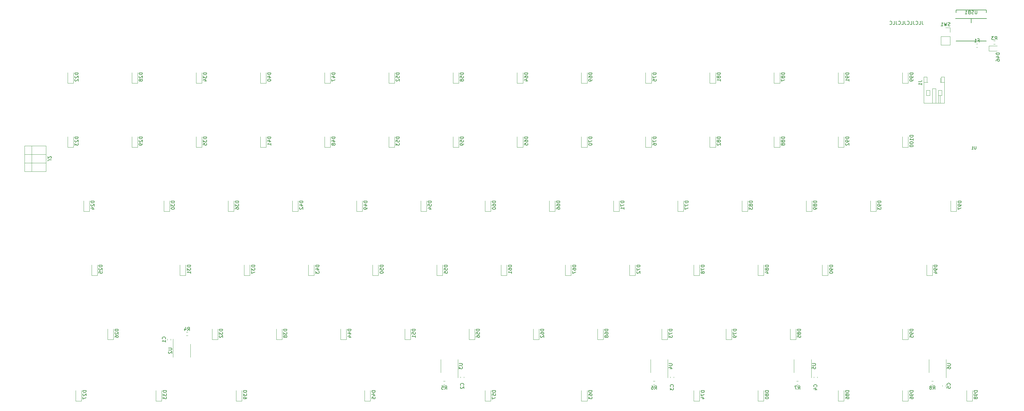
<source format=gbr>
%TF.GenerationSoftware,KiCad,Pcbnew,(5.1.9)-1*%
%TF.CreationDate,2021-08-25T16:21:07-05:00*%
%TF.ProjectId,Full_75,46756c6c-5f37-4352-9e6b-696361645f70,rev?*%
%TF.SameCoordinates,Original*%
%TF.FileFunction,Legend,Bot*%
%TF.FilePolarity,Positive*%
%FSLAX46Y46*%
G04 Gerber Fmt 4.6, Leading zero omitted, Abs format (unit mm)*
G04 Created by KiCad (PCBNEW (5.1.9)-1) date 2021-08-25 16:21:07*
%MOMM*%
%LPD*%
G01*
G04 APERTURE LIST*
%ADD10C,0.150000*%
%ADD11C,0.120000*%
%ADD12C,0.153000*%
G04 APERTURE END LIST*
D10*
X292274047Y-23582380D02*
X292274047Y-24296666D01*
X292321666Y-24439523D01*
X292416904Y-24534761D01*
X292559761Y-24582380D01*
X292655000Y-24582380D01*
X291321666Y-24582380D02*
X291797857Y-24582380D01*
X291797857Y-23582380D01*
X290416904Y-24487142D02*
X290464523Y-24534761D01*
X290607380Y-24582380D01*
X290702619Y-24582380D01*
X290845476Y-24534761D01*
X290940714Y-24439523D01*
X290988333Y-24344285D01*
X291035952Y-24153809D01*
X291035952Y-24010952D01*
X290988333Y-23820476D01*
X290940714Y-23725238D01*
X290845476Y-23630000D01*
X290702619Y-23582380D01*
X290607380Y-23582380D01*
X290464523Y-23630000D01*
X290416904Y-23677619D01*
X289702619Y-23582380D02*
X289702619Y-24296666D01*
X289750238Y-24439523D01*
X289845476Y-24534761D01*
X289988333Y-24582380D01*
X290083571Y-24582380D01*
X288750238Y-24582380D02*
X289226428Y-24582380D01*
X289226428Y-23582380D01*
X287845476Y-24487142D02*
X287893095Y-24534761D01*
X288035952Y-24582380D01*
X288131190Y-24582380D01*
X288274047Y-24534761D01*
X288369285Y-24439523D01*
X288416904Y-24344285D01*
X288464523Y-24153809D01*
X288464523Y-24010952D01*
X288416904Y-23820476D01*
X288369285Y-23725238D01*
X288274047Y-23630000D01*
X288131190Y-23582380D01*
X288035952Y-23582380D01*
X287893095Y-23630000D01*
X287845476Y-23677619D01*
X287131190Y-23582380D02*
X287131190Y-24296666D01*
X287178809Y-24439523D01*
X287274047Y-24534761D01*
X287416904Y-24582380D01*
X287512142Y-24582380D01*
X286178809Y-24582380D02*
X286655000Y-24582380D01*
X286655000Y-23582380D01*
X285274047Y-24487142D02*
X285321666Y-24534761D01*
X285464523Y-24582380D01*
X285559761Y-24582380D01*
X285702619Y-24534761D01*
X285797857Y-24439523D01*
X285845476Y-24344285D01*
X285893095Y-24153809D01*
X285893095Y-24010952D01*
X285845476Y-23820476D01*
X285797857Y-23725238D01*
X285702619Y-23630000D01*
X285559761Y-23582380D01*
X285464523Y-23582380D01*
X285321666Y-23630000D01*
X285274047Y-23677619D01*
X284559761Y-23582380D02*
X284559761Y-24296666D01*
X284607380Y-24439523D01*
X284702619Y-24534761D01*
X284845476Y-24582380D01*
X284940714Y-24582380D01*
X283607380Y-24582380D02*
X284083571Y-24582380D01*
X284083571Y-23582380D01*
X282702619Y-24487142D02*
X282750238Y-24534761D01*
X282893095Y-24582380D01*
X282988333Y-24582380D01*
X283131190Y-24534761D01*
X283226428Y-24439523D01*
X283274047Y-24344285D01*
X283321666Y-24153809D01*
X283321666Y-24010952D01*
X283274047Y-23820476D01*
X283226428Y-23725238D01*
X283131190Y-23630000D01*
X282988333Y-23582380D01*
X282893095Y-23582380D01*
X282750238Y-23630000D01*
X282702619Y-23677619D01*
D11*
%TO.C,J2*%
X26096562Y-65720970D02*
X32383062Y-65720970D01*
X31938562Y-68260970D02*
X32395762Y-68260970D01*
X32395762Y-68260970D02*
X32395762Y-63180970D01*
X32395762Y-63180970D02*
X28204762Y-63180970D01*
X28204762Y-63180970D02*
X28204762Y-68260970D01*
X28204762Y-68260970D02*
X31938562Y-68260970D01*
X31938562Y-68260970D02*
X31963962Y-68260970D01*
X26096562Y-68260970D02*
X28204762Y-68260970D01*
X26096562Y-68260970D02*
X26096562Y-63180970D01*
X26096562Y-63180970D02*
X28204762Y-63180970D01*
X26096562Y-60640970D02*
X28204762Y-60640970D01*
X32395762Y-60640970D02*
X28204762Y-60640970D01*
X32395762Y-63180970D02*
X32395762Y-60640970D01*
X28204762Y-63180970D02*
X28204762Y-60640970D01*
X26096562Y-63180970D02*
X26096562Y-60640970D01*
%TO.C,J1*%
X297688562Y-41730970D02*
X297688562Y-40515970D01*
X297628562Y-45690970D02*
X297628562Y-47950970D01*
X297128562Y-45690970D02*
X297128562Y-47950970D01*
X294528562Y-44090970D02*
X293528562Y-44090970D01*
X294528562Y-45690970D02*
X294528562Y-44090970D01*
X293528562Y-45690970D02*
X294528562Y-45690970D01*
X293528562Y-44090970D02*
X293528562Y-45690970D01*
X297128562Y-44090970D02*
X298128562Y-44090970D01*
X297128562Y-45690970D02*
X297128562Y-44090970D01*
X298128562Y-45690970D02*
X297128562Y-45690970D01*
X298128562Y-44090970D02*
X298128562Y-45690970D01*
X292768562Y-41730970D02*
X293688562Y-41730970D01*
X298888562Y-41730970D02*
X297968562Y-41730970D01*
X295328562Y-43590970D02*
X295328562Y-47950970D01*
X296328562Y-43590970D02*
X295328562Y-43590970D01*
X296328562Y-47950970D02*
X296328562Y-43590970D01*
X293688562Y-41730970D02*
X293968562Y-41730970D01*
X293688562Y-40130970D02*
X293688562Y-41730970D01*
X292768562Y-40130970D02*
X293688562Y-40130970D01*
X292768562Y-47950970D02*
X292768562Y-40130970D01*
X298888562Y-47950970D02*
X292768562Y-47950970D01*
X298888562Y-40130970D02*
X298888562Y-47950970D01*
X297968562Y-40130970D02*
X298888562Y-40130970D01*
X297968562Y-41730970D02*
X297968562Y-40130970D01*
X297688562Y-41730970D02*
X297968562Y-41730970D01*
D10*
%TO.C,USB1*%
X306820562Y-22790970D02*
X306820562Y-24060970D01*
X302345562Y-20280970D02*
X302340562Y-21040970D01*
X302345562Y-20280970D02*
X311295562Y-20280970D01*
X311300562Y-21040970D02*
X311295562Y-20280970D01*
X302345562Y-29450970D02*
X311295562Y-29450970D01*
X302195562Y-22790970D02*
X311445562Y-22790970D01*
D11*
%TO.C,U6*%
X299420562Y-126110970D02*
X299420562Y-129560970D01*
X299420562Y-126110970D02*
X299420562Y-124160970D01*
X294300562Y-126110970D02*
X294300562Y-128060970D01*
X294300562Y-126110970D02*
X294300562Y-124160970D01*
%TO.C,U5*%
X259415562Y-126110970D02*
X259415562Y-129560970D01*
X259415562Y-126110970D02*
X259415562Y-124160970D01*
X254295562Y-126110970D02*
X254295562Y-128060970D01*
X254295562Y-126110970D02*
X254295562Y-124160970D01*
%TO.C,U4*%
X216870562Y-126110970D02*
X216870562Y-129560970D01*
X216870562Y-126110970D02*
X216870562Y-124160970D01*
X211750562Y-126110970D02*
X211750562Y-128060970D01*
X211750562Y-126110970D02*
X211750562Y-124160970D01*
%TO.C,U3*%
X154632606Y-126104238D02*
X154632606Y-129554238D01*
X154632606Y-126104238D02*
X154632606Y-124154238D01*
X149512606Y-126104238D02*
X149512606Y-128054238D01*
X149512606Y-126104238D02*
X149512606Y-124154238D01*
%TO.C,U2*%
X70145562Y-121529850D02*
X70145562Y-118079850D01*
X70145562Y-121529850D02*
X70145562Y-123479850D01*
X75265562Y-121529850D02*
X75265562Y-119579850D01*
X75265562Y-121529850D02*
X75265562Y-123479850D01*
%TO.C,SW1*%
X300554523Y-25496863D02*
X299224523Y-25496863D01*
X300554523Y-26826863D02*
X300554523Y-25496863D01*
X300554523Y-28096863D02*
X297894523Y-28096863D01*
X297894523Y-28096863D02*
X297894523Y-30696863D01*
X300554523Y-28096863D02*
X300554523Y-30696863D01*
X300554523Y-30696863D02*
X297894523Y-30696863D01*
%TO.C,R8*%
X295058338Y-130603470D02*
X295567786Y-130603470D01*
X295058338Y-131648470D02*
X295567786Y-131648470D01*
%TO.C,R7*%
X255053338Y-130603470D02*
X255562786Y-130603470D01*
X255053338Y-131648470D02*
X255562786Y-131648470D01*
%TO.C,R6*%
X212508338Y-130603470D02*
X213017786Y-130603470D01*
X212508338Y-131648470D02*
X213017786Y-131648470D01*
%TO.C,R5*%
X150278338Y-130603470D02*
X150787786Y-130603470D01*
X150278338Y-131648470D02*
X150787786Y-131648470D01*
%TO.C,R4*%
X74507786Y-117043470D02*
X73998338Y-117043470D01*
X74507786Y-115998470D02*
X73998338Y-115998470D01*
%TO.C,R3*%
X313473338Y-29384470D02*
X313982786Y-29384470D01*
X313473338Y-30429470D02*
X313982786Y-30429470D01*
%TO.C,F1*%
X308701829Y-31305970D02*
X308359295Y-31305970D01*
X308701829Y-30285970D02*
X308359295Y-30285970D01*
%TO.C,D100*%
X288169038Y-61090027D02*
X288169038Y-57940027D01*
X286469038Y-61090027D02*
X286469038Y-57940027D01*
X288169038Y-61090027D02*
X286469038Y-61090027D01*
%TO.C,D99*%
X288169038Y-42041251D02*
X288169038Y-38891251D01*
X286469038Y-42041251D02*
X286469038Y-38891251D01*
X288169038Y-42041251D02*
X286469038Y-42041251D01*
%TO.C,D98*%
X307217814Y-136491432D02*
X307217814Y-133341432D01*
X305517814Y-136491432D02*
X305517814Y-133341432D01*
X307217814Y-136491432D02*
X305517814Y-136491432D01*
%TO.C,D97*%
X302455620Y-80138803D02*
X302455620Y-76988803D01*
X300755620Y-80138803D02*
X300755620Y-76988803D01*
X302455620Y-80138803D02*
X300755620Y-80138803D01*
%TO.C,D96*%
X288169038Y-136491432D02*
X288169038Y-133341432D01*
X286469038Y-136491432D02*
X286469038Y-133341432D01*
X288169038Y-136491432D02*
X286469038Y-136491432D01*
%TO.C,D95*%
X288169038Y-118236355D02*
X288169038Y-115086355D01*
X286469038Y-118236355D02*
X286469038Y-115086355D01*
X288169038Y-118236355D02*
X286469038Y-118236355D01*
%TO.C,D94*%
X295312329Y-99187579D02*
X295312329Y-96037579D01*
X293612329Y-99187579D02*
X293612329Y-96037579D01*
X295312329Y-99187579D02*
X293612329Y-99187579D01*
%TO.C,D93*%
X278644650Y-80138803D02*
X278644650Y-76988803D01*
X276944650Y-80138803D02*
X276944650Y-76988803D01*
X278644650Y-80138803D02*
X276944650Y-80138803D01*
%TO.C,D92*%
X269120262Y-61090027D02*
X269120262Y-57940027D01*
X267420262Y-61090027D02*
X267420262Y-57940027D01*
X269120262Y-61090027D02*
X267420262Y-61090027D01*
%TO.C,D91*%
X269120262Y-42041251D02*
X269120262Y-38891251D01*
X267420262Y-42041251D02*
X267420262Y-38891251D01*
X269120262Y-42041251D02*
X267420262Y-42041251D01*
%TO.C,D90*%
X264358068Y-99187579D02*
X264358068Y-96037579D01*
X262658068Y-99187579D02*
X262658068Y-96037579D01*
X264358068Y-99187579D02*
X262658068Y-99187579D01*
%TO.C,D89*%
X259595874Y-80138803D02*
X259595874Y-76988803D01*
X257895874Y-80138803D02*
X257895874Y-76988803D01*
X259595874Y-80138803D02*
X257895874Y-80138803D01*
%TO.C,D88*%
X250071486Y-61090027D02*
X250071486Y-57940027D01*
X248371486Y-61090027D02*
X248371486Y-57940027D01*
X250071486Y-61090027D02*
X248371486Y-61090027D01*
%TO.C,D87*%
X250071486Y-42041251D02*
X250071486Y-38891251D01*
X248371486Y-42041251D02*
X248371486Y-38891251D01*
X250071486Y-42041251D02*
X248371486Y-42041251D01*
%TO.C,D86*%
X269120262Y-136491432D02*
X269120262Y-133341432D01*
X267420262Y-136491432D02*
X267420262Y-133341432D01*
X269120262Y-136491432D02*
X267420262Y-136491432D01*
%TO.C,D85*%
X254833680Y-118236355D02*
X254833680Y-115086355D01*
X253133680Y-118236355D02*
X253133680Y-115086355D01*
X254833680Y-118236355D02*
X253133680Y-118236355D01*
%TO.C,D84*%
X245309292Y-99187579D02*
X245309292Y-96037579D01*
X243609292Y-99187579D02*
X243609292Y-96037579D01*
X245309292Y-99187579D02*
X243609292Y-99187579D01*
%TO.C,D83*%
X240547098Y-80138803D02*
X240547098Y-76988803D01*
X238847098Y-80138803D02*
X238847098Y-76988803D01*
X240547098Y-80138803D02*
X238847098Y-80138803D01*
%TO.C,D82*%
X231022710Y-61090027D02*
X231022710Y-57940027D01*
X229322710Y-61090027D02*
X229322710Y-57940027D01*
X231022710Y-61090027D02*
X229322710Y-61090027D01*
%TO.C,D81*%
X231022710Y-42041251D02*
X231022710Y-38891251D01*
X229322710Y-42041251D02*
X229322710Y-38891251D01*
X231022710Y-42041251D02*
X229322710Y-42041251D01*
%TO.C,D80*%
X245309292Y-136491432D02*
X245309292Y-133341432D01*
X243609292Y-136491432D02*
X243609292Y-133341432D01*
X245309292Y-136491432D02*
X243609292Y-136491432D01*
%TO.C,D79*%
X235784904Y-118236355D02*
X235784904Y-115086355D01*
X234084904Y-118236355D02*
X234084904Y-115086355D01*
X235784904Y-118236355D02*
X234084904Y-118236355D01*
%TO.C,D78*%
X226260516Y-99187579D02*
X226260516Y-96037579D01*
X224560516Y-99187579D02*
X224560516Y-96037579D01*
X226260516Y-99187579D02*
X224560516Y-99187579D01*
%TO.C,D77*%
X221498322Y-80138803D02*
X221498322Y-76988803D01*
X219798322Y-80138803D02*
X219798322Y-76988803D01*
X221498322Y-80138803D02*
X219798322Y-80138803D01*
%TO.C,D76*%
X211973934Y-61090027D02*
X211973934Y-57940027D01*
X210273934Y-61090027D02*
X210273934Y-57940027D01*
X211973934Y-61090027D02*
X210273934Y-61090027D01*
%TO.C,D75*%
X211973934Y-42041251D02*
X211973934Y-38891251D01*
X210273934Y-42041251D02*
X210273934Y-38891251D01*
X211973934Y-42041251D02*
X210273934Y-42041251D01*
%TO.C,D74*%
X226260516Y-136491432D02*
X226260516Y-133341432D01*
X224560516Y-136491432D02*
X224560516Y-133341432D01*
X226260516Y-136491432D02*
X224560516Y-136491432D01*
%TO.C,D73*%
X216736128Y-118236355D02*
X216736128Y-115086355D01*
X215036128Y-118236355D02*
X215036128Y-115086355D01*
X216736128Y-118236355D02*
X215036128Y-118236355D01*
%TO.C,D72*%
X207211740Y-99187579D02*
X207211740Y-96037579D01*
X205511740Y-99187579D02*
X205511740Y-96037579D01*
X207211740Y-99187579D02*
X205511740Y-99187579D01*
%TO.C,D71*%
X202449546Y-80138803D02*
X202449546Y-76988803D01*
X200749546Y-80138803D02*
X200749546Y-76988803D01*
X202449546Y-80138803D02*
X200749546Y-80138803D01*
%TO.C,D70*%
X192925158Y-61090027D02*
X192925158Y-57940027D01*
X191225158Y-61090027D02*
X191225158Y-57940027D01*
X192925158Y-61090027D02*
X191225158Y-61090027D01*
%TO.C,D69*%
X192925158Y-42041251D02*
X192925158Y-38891251D01*
X191225158Y-42041251D02*
X191225158Y-38891251D01*
X192925158Y-42041251D02*
X191225158Y-42041251D01*
%TO.C,D68*%
X197687352Y-118236355D02*
X197687352Y-115086355D01*
X195987352Y-118236355D02*
X195987352Y-115086355D01*
X197687352Y-118236355D02*
X195987352Y-118236355D01*
%TO.C,D67*%
X188162964Y-99187579D02*
X188162964Y-96037579D01*
X186462964Y-99187579D02*
X186462964Y-96037579D01*
X188162964Y-99187579D02*
X186462964Y-99187579D01*
%TO.C,D66*%
X183400770Y-80138803D02*
X183400770Y-76988803D01*
X181700770Y-80138803D02*
X181700770Y-76988803D01*
X183400770Y-80138803D02*
X181700770Y-80138803D01*
%TO.C,D65*%
X173876382Y-61090027D02*
X173876382Y-57940027D01*
X172176382Y-61090027D02*
X172176382Y-57940027D01*
X173876382Y-61090027D02*
X172176382Y-61090027D01*
%TO.C,D64*%
X173876382Y-42041251D02*
X173876382Y-38891251D01*
X172176382Y-42041251D02*
X172176382Y-38891251D01*
X173876382Y-42041251D02*
X172176382Y-42041251D01*
%TO.C,D63*%
X192925158Y-136491432D02*
X192925158Y-133341432D01*
X191225158Y-136491432D02*
X191225158Y-133341432D01*
X192925158Y-136491432D02*
X191225158Y-136491432D01*
%TO.C,D62*%
X178638576Y-118236355D02*
X178638576Y-115086355D01*
X176938576Y-118236355D02*
X176938576Y-115086355D01*
X178638576Y-118236355D02*
X176938576Y-118236355D01*
%TO.C,D61*%
X169114188Y-99187579D02*
X169114188Y-96037579D01*
X167414188Y-99187579D02*
X167414188Y-96037579D01*
X169114188Y-99187579D02*
X167414188Y-99187579D01*
%TO.C,D60*%
X164351994Y-80138803D02*
X164351994Y-76988803D01*
X162651994Y-80138803D02*
X162651994Y-76988803D01*
X164351994Y-80138803D02*
X162651994Y-80138803D01*
%TO.C,D59*%
X154827606Y-61090027D02*
X154827606Y-57940027D01*
X153127606Y-61090027D02*
X153127606Y-57940027D01*
X154827606Y-61090027D02*
X153127606Y-61090027D01*
%TO.C,D58*%
X154827606Y-42041251D02*
X154827606Y-38891251D01*
X153127606Y-42041251D02*
X153127606Y-38891251D01*
X154827606Y-42041251D02*
X153127606Y-42041251D01*
%TO.C,D57*%
X164351994Y-136491432D02*
X164351994Y-133341432D01*
X162651994Y-136491432D02*
X162651994Y-133341432D01*
X164351994Y-136491432D02*
X162651994Y-136491432D01*
%TO.C,D56*%
X159589800Y-118236355D02*
X159589800Y-115086355D01*
X157889800Y-118236355D02*
X157889800Y-115086355D01*
X159589800Y-118236355D02*
X157889800Y-118236355D01*
%TO.C,D55*%
X150065412Y-99187579D02*
X150065412Y-96037579D01*
X148365412Y-99187579D02*
X148365412Y-96037579D01*
X150065412Y-99187579D02*
X148365412Y-99187579D01*
%TO.C,D54*%
X145303218Y-80138803D02*
X145303218Y-76988803D01*
X143603218Y-80138803D02*
X143603218Y-76988803D01*
X145303218Y-80138803D02*
X143603218Y-80138803D01*
%TO.C,D53*%
X135778830Y-61090027D02*
X135778830Y-57940027D01*
X134078830Y-61090027D02*
X134078830Y-57940027D01*
X135778830Y-61090027D02*
X134078830Y-61090027D01*
%TO.C,D52*%
X135778830Y-42041251D02*
X135778830Y-38891251D01*
X134078830Y-42041251D02*
X134078830Y-38891251D01*
X135778830Y-42041251D02*
X134078830Y-42041251D01*
%TO.C,D51*%
X140541024Y-118236355D02*
X140541024Y-115086355D01*
X138841024Y-118236355D02*
X138841024Y-115086355D01*
X140541024Y-118236355D02*
X138841024Y-118236355D01*
%TO.C,D50*%
X131016636Y-99187579D02*
X131016636Y-96037579D01*
X129316636Y-99187579D02*
X129316636Y-96037579D01*
X131016636Y-99187579D02*
X129316636Y-99187579D01*
%TO.C,D49*%
X126254442Y-80138803D02*
X126254442Y-76988803D01*
X124554442Y-80138803D02*
X124554442Y-76988803D01*
X126254442Y-80138803D02*
X124554442Y-80138803D01*
%TO.C,D48*%
X116730054Y-61090027D02*
X116730054Y-57940027D01*
X115030054Y-61090027D02*
X115030054Y-57940027D01*
X116730054Y-61090027D02*
X115030054Y-61090027D01*
%TO.C,D47*%
X116730054Y-42041251D02*
X116730054Y-38891251D01*
X115030054Y-42041251D02*
X115030054Y-38891251D01*
X116730054Y-42041251D02*
X115030054Y-42041251D01*
%TO.C,D46*%
X312105562Y-30949970D02*
X314565562Y-30949970D01*
X312105562Y-32419970D02*
X312105562Y-30949970D01*
X314565562Y-32419970D02*
X312105562Y-32419970D01*
%TO.C,D45*%
X128635539Y-136491432D02*
X128635539Y-133341432D01*
X126935539Y-136491432D02*
X126935539Y-133341432D01*
X128635539Y-136491432D02*
X126935539Y-136491432D01*
%TO.C,D44*%
X121492248Y-118236355D02*
X121492248Y-115086355D01*
X119792248Y-118236355D02*
X119792248Y-115086355D01*
X121492248Y-118236355D02*
X119792248Y-118236355D01*
%TO.C,D43*%
X111967860Y-99187579D02*
X111967860Y-96037579D01*
X110267860Y-99187579D02*
X110267860Y-96037579D01*
X111967860Y-99187579D02*
X110267860Y-99187579D01*
%TO.C,D42*%
X107205666Y-80138803D02*
X107205666Y-76988803D01*
X105505666Y-80138803D02*
X105505666Y-76988803D01*
X107205666Y-80138803D02*
X105505666Y-80138803D01*
%TO.C,D41*%
X97681278Y-61090027D02*
X97681278Y-57940027D01*
X95981278Y-61090027D02*
X95981278Y-57940027D01*
X97681278Y-61090027D02*
X95981278Y-61090027D01*
%TO.C,D40*%
X97681278Y-42041251D02*
X97681278Y-38891251D01*
X95981278Y-42041251D02*
X95981278Y-38891251D01*
X97681278Y-42041251D02*
X95981278Y-42041251D01*
%TO.C,D39*%
X90537987Y-136491432D02*
X90537987Y-133341432D01*
X88837987Y-136491432D02*
X88837987Y-133341432D01*
X90537987Y-136491432D02*
X88837987Y-136491432D01*
%TO.C,D38*%
X102443472Y-118236355D02*
X102443472Y-115086355D01*
X100743472Y-118236355D02*
X100743472Y-115086355D01*
X102443472Y-118236355D02*
X100743472Y-118236355D01*
%TO.C,D37*%
X92919084Y-99187579D02*
X92919084Y-96037579D01*
X91219084Y-99187579D02*
X91219084Y-96037579D01*
X92919084Y-99187579D02*
X91219084Y-99187579D01*
%TO.C,D36*%
X88156890Y-80138803D02*
X88156890Y-76988803D01*
X86456890Y-80138803D02*
X86456890Y-76988803D01*
X88156890Y-80138803D02*
X86456890Y-80138803D01*
%TO.C,D35*%
X78632502Y-61090027D02*
X78632502Y-57940027D01*
X76932502Y-61090027D02*
X76932502Y-57940027D01*
X78632502Y-61090027D02*
X76932502Y-61090027D01*
%TO.C,D34*%
X78632502Y-42041251D02*
X78632502Y-38891251D01*
X76932502Y-42041251D02*
X76932502Y-38891251D01*
X78632502Y-42041251D02*
X76932502Y-42041251D01*
%TO.C,D33*%
X66727017Y-136491432D02*
X66727017Y-133341432D01*
X65027017Y-136491432D02*
X65027017Y-133341432D01*
X66727017Y-136491432D02*
X65027017Y-136491432D01*
%TO.C,D32*%
X83394696Y-118236355D02*
X83394696Y-115086355D01*
X81694696Y-118236355D02*
X81694696Y-115086355D01*
X83394696Y-118236355D02*
X81694696Y-118236355D01*
%TO.C,D31*%
X73870308Y-99187579D02*
X73870308Y-96037579D01*
X72170308Y-99187579D02*
X72170308Y-96037579D01*
X73870308Y-99187579D02*
X72170308Y-99187579D01*
%TO.C,D30*%
X69108114Y-80138803D02*
X69108114Y-76988803D01*
X67408114Y-80138803D02*
X67408114Y-76988803D01*
X69108114Y-80138803D02*
X67408114Y-80138803D01*
%TO.C,D29*%
X59583726Y-61090027D02*
X59583726Y-57940027D01*
X57883726Y-61090027D02*
X57883726Y-57940027D01*
X59583726Y-61090027D02*
X57883726Y-61090027D01*
%TO.C,D28*%
X59583726Y-42041251D02*
X59583726Y-38891251D01*
X57883726Y-42041251D02*
X57883726Y-38891251D01*
X59583726Y-42041251D02*
X57883726Y-42041251D01*
%TO.C,D27*%
X42916047Y-136491432D02*
X42916047Y-133341432D01*
X41216047Y-136491432D02*
X41216047Y-133341432D01*
X42916047Y-136491432D02*
X41216047Y-136491432D01*
%TO.C,D26*%
X52440435Y-118236355D02*
X52440435Y-115086355D01*
X50740435Y-118236355D02*
X50740435Y-115086355D01*
X52440435Y-118236355D02*
X50740435Y-118236355D01*
%TO.C,D25*%
X47678241Y-99187579D02*
X47678241Y-96037579D01*
X45978241Y-99187579D02*
X45978241Y-96037579D01*
X47678241Y-99187579D02*
X45978241Y-99187579D01*
%TO.C,D24*%
X45297144Y-80138803D02*
X45297144Y-76988803D01*
X43597144Y-80138803D02*
X43597144Y-76988803D01*
X45297144Y-80138803D02*
X43597144Y-80138803D01*
%TO.C,D23*%
X40534950Y-61090027D02*
X40534950Y-57940027D01*
X38834950Y-61090027D02*
X38834950Y-57940027D01*
X40534950Y-61090027D02*
X38834950Y-61090027D01*
%TO.C,D22*%
X40534950Y-42041251D02*
X40534950Y-38891251D01*
X38834950Y-42041251D02*
X38834950Y-38891251D01*
X40534950Y-42041251D02*
X38834950Y-42041251D01*
%TO.C,C5*%
X298255562Y-132134737D02*
X298255562Y-131842203D01*
X299275562Y-132134737D02*
X299275562Y-131842203D01*
%TO.C,C4*%
X260155562Y-129594737D02*
X260155562Y-129302203D01*
X261175562Y-129594737D02*
X261175562Y-129302203D01*
%TO.C,C3*%
X217610562Y-129594737D02*
X217610562Y-129302203D01*
X218630562Y-129594737D02*
X218630562Y-129302203D01*
%TO.C,C2*%
X155380562Y-129594737D02*
X155380562Y-129302203D01*
X156400562Y-129594737D02*
X156400562Y-129302203D01*
%TO.C,C1*%
X69405562Y-118052203D02*
X69405562Y-118344737D01*
X68385562Y-118052203D02*
X68385562Y-118344737D01*
%TO.C,J2*%
D10*
X34010181Y-64784303D02*
X33295895Y-64784303D01*
X33153038Y-64831922D01*
X33057800Y-64927160D01*
X33010181Y-65070017D01*
X33010181Y-65165255D01*
X33914942Y-64355731D02*
X33962562Y-64308112D01*
X34010181Y-64212874D01*
X34010181Y-63974779D01*
X33962562Y-63879541D01*
X33914942Y-63831922D01*
X33819704Y-63784303D01*
X33724466Y-63784303D01*
X33581609Y-63831922D01*
X33010181Y-64403350D01*
X33010181Y-63784303D01*
%TO.C,J1*%
X291201962Y-41557898D02*
X291916248Y-41557898D01*
X292059105Y-41510279D01*
X292154343Y-41415041D01*
X292201962Y-41272184D01*
X292201962Y-41176946D01*
X292201962Y-42557898D02*
X292201962Y-41986470D01*
X292201962Y-42272184D02*
X291201962Y-42272184D01*
X291344820Y-42176946D01*
X291440058Y-42081708D01*
X291487677Y-41986470D01*
%TO.C,USB1*%
X308558657Y-20393350D02*
X308558657Y-21202874D01*
X308511038Y-21298112D01*
X308463419Y-21345731D01*
X308368181Y-21393350D01*
X308177704Y-21393350D01*
X308082466Y-21345731D01*
X308034847Y-21298112D01*
X307987228Y-21202874D01*
X307987228Y-20393350D01*
X307558657Y-21345731D02*
X307415800Y-21393350D01*
X307177704Y-21393350D01*
X307082466Y-21345731D01*
X307034847Y-21298112D01*
X306987228Y-21202874D01*
X306987228Y-21107636D01*
X307034847Y-21012398D01*
X307082466Y-20964779D01*
X307177704Y-20917160D01*
X307368181Y-20869541D01*
X307463419Y-20821922D01*
X307511038Y-20774303D01*
X307558657Y-20679065D01*
X307558657Y-20583827D01*
X307511038Y-20488589D01*
X307463419Y-20440970D01*
X307368181Y-20393350D01*
X307130085Y-20393350D01*
X306987228Y-20440970D01*
X306225323Y-20869541D02*
X306082466Y-20917160D01*
X306034847Y-20964779D01*
X305987228Y-21060017D01*
X305987228Y-21202874D01*
X306034847Y-21298112D01*
X306082466Y-21345731D01*
X306177704Y-21393350D01*
X306558657Y-21393350D01*
X306558657Y-20393350D01*
X306225323Y-20393350D01*
X306130085Y-20440970D01*
X306082466Y-20488589D01*
X306034847Y-20583827D01*
X306034847Y-20679065D01*
X306082466Y-20774303D01*
X306130085Y-20821922D01*
X306225323Y-20869541D01*
X306558657Y-20869541D01*
X305034847Y-21393350D02*
X305606276Y-21393350D01*
X305320562Y-21393350D02*
X305320562Y-20393350D01*
X305415800Y-20536208D01*
X305511038Y-20631446D01*
X305606276Y-20679065D01*
%TO.C,U6*%
X299712942Y-125349065D02*
X300522466Y-125349065D01*
X300617704Y-125396684D01*
X300665323Y-125444303D01*
X300712942Y-125539541D01*
X300712942Y-125730017D01*
X300665323Y-125825255D01*
X300617704Y-125872874D01*
X300522466Y-125920493D01*
X299712942Y-125920493D01*
X299712942Y-126825255D02*
X299712942Y-126634779D01*
X299760562Y-126539541D01*
X299808181Y-126491922D01*
X299951038Y-126396684D01*
X300141514Y-126349065D01*
X300522466Y-126349065D01*
X300617704Y-126396684D01*
X300665323Y-126444303D01*
X300712942Y-126539541D01*
X300712942Y-126730017D01*
X300665323Y-126825255D01*
X300617704Y-126872874D01*
X300522466Y-126920493D01*
X300284371Y-126920493D01*
X300189133Y-126872874D01*
X300141514Y-126825255D01*
X300093895Y-126730017D01*
X300093895Y-126539541D01*
X300141514Y-126444303D01*
X300189133Y-126396684D01*
X300284371Y-126349065D01*
%TO.C,U5*%
X259707942Y-125349065D02*
X260517466Y-125349065D01*
X260612704Y-125396684D01*
X260660323Y-125444303D01*
X260707942Y-125539541D01*
X260707942Y-125730017D01*
X260660323Y-125825255D01*
X260612704Y-125872874D01*
X260517466Y-125920493D01*
X259707942Y-125920493D01*
X259707942Y-126872874D02*
X259707942Y-126396684D01*
X260184133Y-126349065D01*
X260136514Y-126396684D01*
X260088895Y-126491922D01*
X260088895Y-126730017D01*
X260136514Y-126825255D01*
X260184133Y-126872874D01*
X260279371Y-126920493D01*
X260517466Y-126920493D01*
X260612704Y-126872874D01*
X260660323Y-126825255D01*
X260707942Y-126730017D01*
X260707942Y-126491922D01*
X260660323Y-126396684D01*
X260612704Y-126349065D01*
%TO.C,U4*%
X217162942Y-125349065D02*
X217972466Y-125349065D01*
X218067704Y-125396684D01*
X218115323Y-125444303D01*
X218162942Y-125539541D01*
X218162942Y-125730017D01*
X218115323Y-125825255D01*
X218067704Y-125872874D01*
X217972466Y-125920493D01*
X217162942Y-125920493D01*
X217496276Y-126825255D02*
X218162942Y-126825255D01*
X217115323Y-126587160D02*
X217829609Y-126349065D01*
X217829609Y-126968112D01*
%TO.C,U3*%
X154924986Y-125342333D02*
X155734510Y-125342333D01*
X155829748Y-125389952D01*
X155877367Y-125437571D01*
X155924986Y-125532809D01*
X155924986Y-125723285D01*
X155877367Y-125818523D01*
X155829748Y-125866142D01*
X155734510Y-125913761D01*
X154924986Y-125913761D01*
X154924986Y-126294714D02*
X154924986Y-126913761D01*
X155305939Y-126580428D01*
X155305939Y-126723285D01*
X155353558Y-126818523D01*
X155401177Y-126866142D01*
X155496415Y-126913761D01*
X155734510Y-126913761D01*
X155829748Y-126866142D01*
X155877367Y-126818523D01*
X155924986Y-126723285D01*
X155924986Y-126437571D01*
X155877367Y-126342333D01*
X155829748Y-126294714D01*
%TO.C,U2*%
X68757942Y-120767945D02*
X69567466Y-120767945D01*
X69662704Y-120815564D01*
X69710323Y-120863183D01*
X69757942Y-120958421D01*
X69757942Y-121148897D01*
X69710323Y-121244135D01*
X69662704Y-121291754D01*
X69567466Y-121339373D01*
X68757942Y-121339373D01*
X68853181Y-121767945D02*
X68805562Y-121815564D01*
X68757942Y-121910802D01*
X68757942Y-122148897D01*
X68805562Y-122244135D01*
X68853181Y-122291754D01*
X68948419Y-122339373D01*
X69043657Y-122339373D01*
X69186514Y-122291754D01*
X69757942Y-121720326D01*
X69757942Y-122339373D01*
%TO.C,U1*%
D12*
X308265085Y-60837874D02*
X308265085Y-61485493D01*
X308226990Y-61561684D01*
X308188895Y-61599779D01*
X308112704Y-61637874D01*
X307960323Y-61637874D01*
X307884133Y-61599779D01*
X307846038Y-61561684D01*
X307807942Y-61485493D01*
X307807942Y-60837874D01*
X307007942Y-61637874D02*
X307465085Y-61637874D01*
X307236514Y-61637874D02*
X307236514Y-60837874D01*
X307312704Y-60952160D01*
X307388895Y-61028350D01*
X307465085Y-61066446D01*
%TO.C,SW1*%
D10*
X300557856Y-24901624D02*
X300414999Y-24949243D01*
X300176903Y-24949243D01*
X300081665Y-24901624D01*
X300034046Y-24854005D01*
X299986427Y-24758767D01*
X299986427Y-24663529D01*
X300034046Y-24568291D01*
X300081665Y-24520672D01*
X300176903Y-24473053D01*
X300367380Y-24425434D01*
X300462618Y-24377815D01*
X300510237Y-24330196D01*
X300557856Y-24234958D01*
X300557856Y-24139720D01*
X300510237Y-24044482D01*
X300462618Y-23996863D01*
X300367380Y-23949243D01*
X300129284Y-23949243D01*
X299986427Y-23996863D01*
X299653094Y-23949243D02*
X299414999Y-24949243D01*
X299224523Y-24234958D01*
X299034046Y-24949243D01*
X298795951Y-23949243D01*
X297891189Y-24949243D02*
X298462618Y-24949243D01*
X298176903Y-24949243D02*
X298176903Y-23949243D01*
X298272142Y-24092101D01*
X298367380Y-24187339D01*
X298462618Y-24234958D01*
%TO.C,R8*%
X295479728Y-133008350D02*
X295813062Y-132532160D01*
X296051157Y-133008350D02*
X296051157Y-132008350D01*
X295670204Y-132008350D01*
X295574966Y-132055970D01*
X295527347Y-132103589D01*
X295479728Y-132198827D01*
X295479728Y-132341684D01*
X295527347Y-132436922D01*
X295574966Y-132484541D01*
X295670204Y-132532160D01*
X296051157Y-132532160D01*
X294908300Y-132436922D02*
X295003538Y-132389303D01*
X295051157Y-132341684D01*
X295098776Y-132246446D01*
X295098776Y-132198827D01*
X295051157Y-132103589D01*
X295003538Y-132055970D01*
X294908300Y-132008350D01*
X294717823Y-132008350D01*
X294622585Y-132055970D01*
X294574966Y-132103589D01*
X294527347Y-132198827D01*
X294527347Y-132246446D01*
X294574966Y-132341684D01*
X294622585Y-132389303D01*
X294717823Y-132436922D01*
X294908300Y-132436922D01*
X295003538Y-132484541D01*
X295051157Y-132532160D01*
X295098776Y-132627398D01*
X295098776Y-132817874D01*
X295051157Y-132913112D01*
X295003538Y-132960731D01*
X294908300Y-133008350D01*
X294717823Y-133008350D01*
X294622585Y-132960731D01*
X294574966Y-132913112D01*
X294527347Y-132817874D01*
X294527347Y-132627398D01*
X294574966Y-132532160D01*
X294622585Y-132484541D01*
X294717823Y-132436922D01*
%TO.C,R7*%
X255474728Y-133008350D02*
X255808062Y-132532160D01*
X256046157Y-133008350D02*
X256046157Y-132008350D01*
X255665204Y-132008350D01*
X255569966Y-132055970D01*
X255522347Y-132103589D01*
X255474728Y-132198827D01*
X255474728Y-132341684D01*
X255522347Y-132436922D01*
X255569966Y-132484541D01*
X255665204Y-132532160D01*
X256046157Y-132532160D01*
X255141395Y-132008350D02*
X254474728Y-132008350D01*
X254903300Y-133008350D01*
%TO.C,R6*%
X212929728Y-133008350D02*
X213263062Y-132532160D01*
X213501157Y-133008350D02*
X213501157Y-132008350D01*
X213120204Y-132008350D01*
X213024966Y-132055970D01*
X212977347Y-132103589D01*
X212929728Y-132198827D01*
X212929728Y-132341684D01*
X212977347Y-132436922D01*
X213024966Y-132484541D01*
X213120204Y-132532160D01*
X213501157Y-132532160D01*
X212072585Y-132008350D02*
X212263062Y-132008350D01*
X212358300Y-132055970D01*
X212405919Y-132103589D01*
X212501157Y-132246446D01*
X212548776Y-132436922D01*
X212548776Y-132817874D01*
X212501157Y-132913112D01*
X212453538Y-132960731D01*
X212358300Y-133008350D01*
X212167823Y-133008350D01*
X212072585Y-132960731D01*
X212024966Y-132913112D01*
X211977347Y-132817874D01*
X211977347Y-132579779D01*
X212024966Y-132484541D01*
X212072585Y-132436922D01*
X212167823Y-132389303D01*
X212358300Y-132389303D01*
X212453538Y-132436922D01*
X212501157Y-132484541D01*
X212548776Y-132579779D01*
%TO.C,R5*%
X150699728Y-133008350D02*
X151033062Y-132532160D01*
X151271157Y-133008350D02*
X151271157Y-132008350D01*
X150890204Y-132008350D01*
X150794966Y-132055970D01*
X150747347Y-132103589D01*
X150699728Y-132198827D01*
X150699728Y-132341684D01*
X150747347Y-132436922D01*
X150794966Y-132484541D01*
X150890204Y-132532160D01*
X151271157Y-132532160D01*
X149794966Y-132008350D02*
X150271157Y-132008350D01*
X150318776Y-132484541D01*
X150271157Y-132436922D01*
X150175919Y-132389303D01*
X149937823Y-132389303D01*
X149842585Y-132436922D01*
X149794966Y-132484541D01*
X149747347Y-132579779D01*
X149747347Y-132817874D01*
X149794966Y-132913112D01*
X149842585Y-132960731D01*
X149937823Y-133008350D01*
X150175919Y-133008350D01*
X150271157Y-132960731D01*
X150318776Y-132913112D01*
%TO.C,R4*%
X74419728Y-115543350D02*
X74753062Y-115067160D01*
X74991157Y-115543350D02*
X74991157Y-114543350D01*
X74610204Y-114543350D01*
X74514966Y-114590970D01*
X74467347Y-114638589D01*
X74419728Y-114733827D01*
X74419728Y-114876684D01*
X74467347Y-114971922D01*
X74514966Y-115019541D01*
X74610204Y-115067160D01*
X74991157Y-115067160D01*
X73562585Y-114876684D02*
X73562585Y-115543350D01*
X73800681Y-114495731D02*
X74038776Y-115210017D01*
X73419728Y-115210017D01*
%TO.C,R3*%
X313871228Y-29089350D02*
X314204562Y-28613160D01*
X314442657Y-29089350D02*
X314442657Y-28089350D01*
X314061704Y-28089350D01*
X313966466Y-28136970D01*
X313918847Y-28184589D01*
X313871228Y-28279827D01*
X313871228Y-28422684D01*
X313918847Y-28517922D01*
X313966466Y-28565541D01*
X314061704Y-28613160D01*
X314442657Y-28613160D01*
X313537895Y-28089350D02*
X312918847Y-28089350D01*
X313252181Y-28470303D01*
X313109323Y-28470303D01*
X313014085Y-28517922D01*
X312966466Y-28565541D01*
X312918847Y-28660779D01*
X312918847Y-28898874D01*
X312966466Y-28994112D01*
X313014085Y-29041731D01*
X313109323Y-29089350D01*
X313395038Y-29089350D01*
X313490276Y-29041731D01*
X313537895Y-28994112D01*
%TO.C,F1*%
X308863895Y-29294541D02*
X309197228Y-29294541D01*
X309197228Y-29818350D02*
X309197228Y-28818350D01*
X308721038Y-28818350D01*
X307816276Y-29818350D02*
X308387704Y-29818350D01*
X308101990Y-29818350D02*
X308101990Y-28818350D01*
X308197228Y-28961208D01*
X308292466Y-29056446D01*
X308387704Y-29104065D01*
%TO.C,D100*%
X289621418Y-57499550D02*
X288621418Y-57499550D01*
X288621418Y-57737646D01*
X288669038Y-57880503D01*
X288764276Y-57975741D01*
X288859514Y-58023360D01*
X289049990Y-58070979D01*
X289192847Y-58070979D01*
X289383323Y-58023360D01*
X289478561Y-57975741D01*
X289573799Y-57880503D01*
X289621418Y-57737646D01*
X289621418Y-57499550D01*
X289621418Y-59023360D02*
X289621418Y-58451931D01*
X289621418Y-58737646D02*
X288621418Y-58737646D01*
X288764276Y-58642407D01*
X288859514Y-58547169D01*
X288907133Y-58451931D01*
X288621418Y-59642407D02*
X288621418Y-59737646D01*
X288669038Y-59832884D01*
X288716657Y-59880503D01*
X288811895Y-59928122D01*
X289002371Y-59975741D01*
X289240466Y-59975741D01*
X289430942Y-59928122D01*
X289526180Y-59880503D01*
X289573799Y-59832884D01*
X289621418Y-59737646D01*
X289621418Y-59642407D01*
X289573799Y-59547169D01*
X289526180Y-59499550D01*
X289430942Y-59451931D01*
X289240466Y-59404312D01*
X289002371Y-59404312D01*
X288811895Y-59451931D01*
X288716657Y-59499550D01*
X288669038Y-59547169D01*
X288621418Y-59642407D01*
X288621418Y-60594788D02*
X288621418Y-60690027D01*
X288669038Y-60785265D01*
X288716657Y-60832884D01*
X288811895Y-60880503D01*
X289002371Y-60928122D01*
X289240466Y-60928122D01*
X289430942Y-60880503D01*
X289526180Y-60832884D01*
X289573799Y-60785265D01*
X289621418Y-60690027D01*
X289621418Y-60594788D01*
X289573799Y-60499550D01*
X289526180Y-60451931D01*
X289430942Y-60404312D01*
X289240466Y-60356693D01*
X289002371Y-60356693D01*
X288811895Y-60404312D01*
X288716657Y-60451931D01*
X288669038Y-60499550D01*
X288621418Y-60594788D01*
%TO.C,D99*%
X289621418Y-38926965D02*
X288621418Y-38926965D01*
X288621418Y-39165060D01*
X288669038Y-39307917D01*
X288764276Y-39403155D01*
X288859514Y-39450774D01*
X289049990Y-39498393D01*
X289192847Y-39498393D01*
X289383323Y-39450774D01*
X289478561Y-39403155D01*
X289573799Y-39307917D01*
X289621418Y-39165060D01*
X289621418Y-38926965D01*
X289621418Y-39974584D02*
X289621418Y-40165060D01*
X289573799Y-40260298D01*
X289526180Y-40307917D01*
X289383323Y-40403155D01*
X289192847Y-40450774D01*
X288811895Y-40450774D01*
X288716657Y-40403155D01*
X288669038Y-40355536D01*
X288621418Y-40260298D01*
X288621418Y-40069822D01*
X288669038Y-39974584D01*
X288716657Y-39926965D01*
X288811895Y-39879346D01*
X289049990Y-39879346D01*
X289145228Y-39926965D01*
X289192847Y-39974584D01*
X289240466Y-40069822D01*
X289240466Y-40260298D01*
X289192847Y-40355536D01*
X289145228Y-40403155D01*
X289049990Y-40450774D01*
X289621418Y-40926965D02*
X289621418Y-41117441D01*
X289573799Y-41212679D01*
X289526180Y-41260298D01*
X289383323Y-41355536D01*
X289192847Y-41403155D01*
X288811895Y-41403155D01*
X288716657Y-41355536D01*
X288669038Y-41307917D01*
X288621418Y-41212679D01*
X288621418Y-41022203D01*
X288669038Y-40926965D01*
X288716657Y-40879346D01*
X288811895Y-40831727D01*
X289049990Y-40831727D01*
X289145228Y-40879346D01*
X289192847Y-40926965D01*
X289240466Y-41022203D01*
X289240466Y-41212679D01*
X289192847Y-41307917D01*
X289145228Y-41355536D01*
X289049990Y-41403155D01*
%TO.C,D98*%
X308670194Y-133377146D02*
X307670194Y-133377146D01*
X307670194Y-133615241D01*
X307717814Y-133758098D01*
X307813052Y-133853336D01*
X307908290Y-133900955D01*
X308098766Y-133948574D01*
X308241623Y-133948574D01*
X308432099Y-133900955D01*
X308527337Y-133853336D01*
X308622575Y-133758098D01*
X308670194Y-133615241D01*
X308670194Y-133377146D01*
X308670194Y-134424765D02*
X308670194Y-134615241D01*
X308622575Y-134710479D01*
X308574956Y-134758098D01*
X308432099Y-134853336D01*
X308241623Y-134900955D01*
X307860671Y-134900955D01*
X307765433Y-134853336D01*
X307717814Y-134805717D01*
X307670194Y-134710479D01*
X307670194Y-134520003D01*
X307717814Y-134424765D01*
X307765433Y-134377146D01*
X307860671Y-134329527D01*
X308098766Y-134329527D01*
X308194004Y-134377146D01*
X308241623Y-134424765D01*
X308289242Y-134520003D01*
X308289242Y-134710479D01*
X308241623Y-134805717D01*
X308194004Y-134853336D01*
X308098766Y-134900955D01*
X308098766Y-135472384D02*
X308051147Y-135377146D01*
X308003528Y-135329527D01*
X307908290Y-135281908D01*
X307860671Y-135281908D01*
X307765433Y-135329527D01*
X307717814Y-135377146D01*
X307670194Y-135472384D01*
X307670194Y-135662860D01*
X307717814Y-135758098D01*
X307765433Y-135805717D01*
X307860671Y-135853336D01*
X307908290Y-135853336D01*
X308003528Y-135805717D01*
X308051147Y-135758098D01*
X308098766Y-135662860D01*
X308098766Y-135472384D01*
X308146385Y-135377146D01*
X308194004Y-135329527D01*
X308289242Y-135281908D01*
X308479718Y-135281908D01*
X308574956Y-135329527D01*
X308622575Y-135377146D01*
X308670194Y-135472384D01*
X308670194Y-135662860D01*
X308622575Y-135758098D01*
X308574956Y-135805717D01*
X308479718Y-135853336D01*
X308289242Y-135853336D01*
X308194004Y-135805717D01*
X308146385Y-135758098D01*
X308098766Y-135662860D01*
%TO.C,D97*%
X303908000Y-77024517D02*
X302908000Y-77024517D01*
X302908000Y-77262612D01*
X302955620Y-77405469D01*
X303050858Y-77500707D01*
X303146096Y-77548326D01*
X303336572Y-77595945D01*
X303479429Y-77595945D01*
X303669905Y-77548326D01*
X303765143Y-77500707D01*
X303860381Y-77405469D01*
X303908000Y-77262612D01*
X303908000Y-77024517D01*
X303908000Y-78072136D02*
X303908000Y-78262612D01*
X303860381Y-78357850D01*
X303812762Y-78405469D01*
X303669905Y-78500707D01*
X303479429Y-78548326D01*
X303098477Y-78548326D01*
X303003239Y-78500707D01*
X302955620Y-78453088D01*
X302908000Y-78357850D01*
X302908000Y-78167374D01*
X302955620Y-78072136D01*
X303003239Y-78024517D01*
X303098477Y-77976898D01*
X303336572Y-77976898D01*
X303431810Y-78024517D01*
X303479429Y-78072136D01*
X303527048Y-78167374D01*
X303527048Y-78357850D01*
X303479429Y-78453088D01*
X303431810Y-78500707D01*
X303336572Y-78548326D01*
X302908000Y-78881660D02*
X302908000Y-79548326D01*
X303908000Y-79119755D01*
%TO.C,D96*%
X289621418Y-133377146D02*
X288621418Y-133377146D01*
X288621418Y-133615241D01*
X288669038Y-133758098D01*
X288764276Y-133853336D01*
X288859514Y-133900955D01*
X289049990Y-133948574D01*
X289192847Y-133948574D01*
X289383323Y-133900955D01*
X289478561Y-133853336D01*
X289573799Y-133758098D01*
X289621418Y-133615241D01*
X289621418Y-133377146D01*
X289621418Y-134424765D02*
X289621418Y-134615241D01*
X289573799Y-134710479D01*
X289526180Y-134758098D01*
X289383323Y-134853336D01*
X289192847Y-134900955D01*
X288811895Y-134900955D01*
X288716657Y-134853336D01*
X288669038Y-134805717D01*
X288621418Y-134710479D01*
X288621418Y-134520003D01*
X288669038Y-134424765D01*
X288716657Y-134377146D01*
X288811895Y-134329527D01*
X289049990Y-134329527D01*
X289145228Y-134377146D01*
X289192847Y-134424765D01*
X289240466Y-134520003D01*
X289240466Y-134710479D01*
X289192847Y-134805717D01*
X289145228Y-134853336D01*
X289049990Y-134900955D01*
X288621418Y-135758098D02*
X288621418Y-135567622D01*
X288669038Y-135472384D01*
X288716657Y-135424765D01*
X288859514Y-135329527D01*
X289049990Y-135281908D01*
X289430942Y-135281908D01*
X289526180Y-135329527D01*
X289573799Y-135377146D01*
X289621418Y-135472384D01*
X289621418Y-135662860D01*
X289573799Y-135758098D01*
X289526180Y-135805717D01*
X289430942Y-135853336D01*
X289192847Y-135853336D01*
X289097609Y-135805717D01*
X289049990Y-135758098D01*
X289002371Y-135662860D01*
X289002371Y-135472384D01*
X289049990Y-135377146D01*
X289097609Y-135329527D01*
X289192847Y-135281908D01*
%TO.C,D95*%
X289621418Y-115122069D02*
X288621418Y-115122069D01*
X288621418Y-115360164D01*
X288669038Y-115503021D01*
X288764276Y-115598259D01*
X288859514Y-115645878D01*
X289049990Y-115693497D01*
X289192847Y-115693497D01*
X289383323Y-115645878D01*
X289478561Y-115598259D01*
X289573799Y-115503021D01*
X289621418Y-115360164D01*
X289621418Y-115122069D01*
X289621418Y-116169688D02*
X289621418Y-116360164D01*
X289573799Y-116455402D01*
X289526180Y-116503021D01*
X289383323Y-116598259D01*
X289192847Y-116645878D01*
X288811895Y-116645878D01*
X288716657Y-116598259D01*
X288669038Y-116550640D01*
X288621418Y-116455402D01*
X288621418Y-116264926D01*
X288669038Y-116169688D01*
X288716657Y-116122069D01*
X288811895Y-116074450D01*
X289049990Y-116074450D01*
X289145228Y-116122069D01*
X289192847Y-116169688D01*
X289240466Y-116264926D01*
X289240466Y-116455402D01*
X289192847Y-116550640D01*
X289145228Y-116598259D01*
X289049990Y-116645878D01*
X288621418Y-117550640D02*
X288621418Y-117074450D01*
X289097609Y-117026831D01*
X289049990Y-117074450D01*
X289002371Y-117169688D01*
X289002371Y-117407783D01*
X289049990Y-117503021D01*
X289097609Y-117550640D01*
X289192847Y-117598259D01*
X289430942Y-117598259D01*
X289526180Y-117550640D01*
X289573799Y-117503021D01*
X289621418Y-117407783D01*
X289621418Y-117169688D01*
X289573799Y-117074450D01*
X289526180Y-117026831D01*
%TO.C,D94*%
X296764709Y-96073293D02*
X295764709Y-96073293D01*
X295764709Y-96311388D01*
X295812329Y-96454245D01*
X295907567Y-96549483D01*
X296002805Y-96597102D01*
X296193281Y-96644721D01*
X296336138Y-96644721D01*
X296526614Y-96597102D01*
X296621852Y-96549483D01*
X296717090Y-96454245D01*
X296764709Y-96311388D01*
X296764709Y-96073293D01*
X296764709Y-97120912D02*
X296764709Y-97311388D01*
X296717090Y-97406626D01*
X296669471Y-97454245D01*
X296526614Y-97549483D01*
X296336138Y-97597102D01*
X295955186Y-97597102D01*
X295859948Y-97549483D01*
X295812329Y-97501864D01*
X295764709Y-97406626D01*
X295764709Y-97216150D01*
X295812329Y-97120912D01*
X295859948Y-97073293D01*
X295955186Y-97025674D01*
X296193281Y-97025674D01*
X296288519Y-97073293D01*
X296336138Y-97120912D01*
X296383757Y-97216150D01*
X296383757Y-97406626D01*
X296336138Y-97501864D01*
X296288519Y-97549483D01*
X296193281Y-97597102D01*
X296098043Y-98454245D02*
X296764709Y-98454245D01*
X295717090Y-98216150D02*
X296431376Y-97978055D01*
X296431376Y-98597102D01*
%TO.C,D93*%
X280097030Y-77024517D02*
X279097030Y-77024517D01*
X279097030Y-77262612D01*
X279144650Y-77405469D01*
X279239888Y-77500707D01*
X279335126Y-77548326D01*
X279525602Y-77595945D01*
X279668459Y-77595945D01*
X279858935Y-77548326D01*
X279954173Y-77500707D01*
X280049411Y-77405469D01*
X280097030Y-77262612D01*
X280097030Y-77024517D01*
X280097030Y-78072136D02*
X280097030Y-78262612D01*
X280049411Y-78357850D01*
X280001792Y-78405469D01*
X279858935Y-78500707D01*
X279668459Y-78548326D01*
X279287507Y-78548326D01*
X279192269Y-78500707D01*
X279144650Y-78453088D01*
X279097030Y-78357850D01*
X279097030Y-78167374D01*
X279144650Y-78072136D01*
X279192269Y-78024517D01*
X279287507Y-77976898D01*
X279525602Y-77976898D01*
X279620840Y-78024517D01*
X279668459Y-78072136D01*
X279716078Y-78167374D01*
X279716078Y-78357850D01*
X279668459Y-78453088D01*
X279620840Y-78500707D01*
X279525602Y-78548326D01*
X279097030Y-78881660D02*
X279097030Y-79500707D01*
X279477983Y-79167374D01*
X279477983Y-79310231D01*
X279525602Y-79405469D01*
X279573221Y-79453088D01*
X279668459Y-79500707D01*
X279906554Y-79500707D01*
X280001792Y-79453088D01*
X280049411Y-79405469D01*
X280097030Y-79310231D01*
X280097030Y-79024517D01*
X280049411Y-78929279D01*
X280001792Y-78881660D01*
%TO.C,D92*%
X270572642Y-57975741D02*
X269572642Y-57975741D01*
X269572642Y-58213836D01*
X269620262Y-58356693D01*
X269715500Y-58451931D01*
X269810738Y-58499550D01*
X270001214Y-58547169D01*
X270144071Y-58547169D01*
X270334547Y-58499550D01*
X270429785Y-58451931D01*
X270525023Y-58356693D01*
X270572642Y-58213836D01*
X270572642Y-57975741D01*
X270572642Y-59023360D02*
X270572642Y-59213836D01*
X270525023Y-59309074D01*
X270477404Y-59356693D01*
X270334547Y-59451931D01*
X270144071Y-59499550D01*
X269763119Y-59499550D01*
X269667881Y-59451931D01*
X269620262Y-59404312D01*
X269572642Y-59309074D01*
X269572642Y-59118598D01*
X269620262Y-59023360D01*
X269667881Y-58975741D01*
X269763119Y-58928122D01*
X270001214Y-58928122D01*
X270096452Y-58975741D01*
X270144071Y-59023360D01*
X270191690Y-59118598D01*
X270191690Y-59309074D01*
X270144071Y-59404312D01*
X270096452Y-59451931D01*
X270001214Y-59499550D01*
X269667881Y-59880503D02*
X269620262Y-59928122D01*
X269572642Y-60023360D01*
X269572642Y-60261455D01*
X269620262Y-60356693D01*
X269667881Y-60404312D01*
X269763119Y-60451931D01*
X269858357Y-60451931D01*
X270001214Y-60404312D01*
X270572642Y-59832884D01*
X270572642Y-60451931D01*
%TO.C,D91*%
X270572642Y-38926965D02*
X269572642Y-38926965D01*
X269572642Y-39165060D01*
X269620262Y-39307917D01*
X269715500Y-39403155D01*
X269810738Y-39450774D01*
X270001214Y-39498393D01*
X270144071Y-39498393D01*
X270334547Y-39450774D01*
X270429785Y-39403155D01*
X270525023Y-39307917D01*
X270572642Y-39165060D01*
X270572642Y-38926965D01*
X270572642Y-39974584D02*
X270572642Y-40165060D01*
X270525023Y-40260298D01*
X270477404Y-40307917D01*
X270334547Y-40403155D01*
X270144071Y-40450774D01*
X269763119Y-40450774D01*
X269667881Y-40403155D01*
X269620262Y-40355536D01*
X269572642Y-40260298D01*
X269572642Y-40069822D01*
X269620262Y-39974584D01*
X269667881Y-39926965D01*
X269763119Y-39879346D01*
X270001214Y-39879346D01*
X270096452Y-39926965D01*
X270144071Y-39974584D01*
X270191690Y-40069822D01*
X270191690Y-40260298D01*
X270144071Y-40355536D01*
X270096452Y-40403155D01*
X270001214Y-40450774D01*
X270572642Y-41403155D02*
X270572642Y-40831727D01*
X270572642Y-41117441D02*
X269572642Y-41117441D01*
X269715500Y-41022203D01*
X269810738Y-40926965D01*
X269858357Y-40831727D01*
%TO.C,D90*%
X265810448Y-96073293D02*
X264810448Y-96073293D01*
X264810448Y-96311388D01*
X264858068Y-96454245D01*
X264953306Y-96549483D01*
X265048544Y-96597102D01*
X265239020Y-96644721D01*
X265381877Y-96644721D01*
X265572353Y-96597102D01*
X265667591Y-96549483D01*
X265762829Y-96454245D01*
X265810448Y-96311388D01*
X265810448Y-96073293D01*
X265810448Y-97120912D02*
X265810448Y-97311388D01*
X265762829Y-97406626D01*
X265715210Y-97454245D01*
X265572353Y-97549483D01*
X265381877Y-97597102D01*
X265000925Y-97597102D01*
X264905687Y-97549483D01*
X264858068Y-97501864D01*
X264810448Y-97406626D01*
X264810448Y-97216150D01*
X264858068Y-97120912D01*
X264905687Y-97073293D01*
X265000925Y-97025674D01*
X265239020Y-97025674D01*
X265334258Y-97073293D01*
X265381877Y-97120912D01*
X265429496Y-97216150D01*
X265429496Y-97406626D01*
X265381877Y-97501864D01*
X265334258Y-97549483D01*
X265239020Y-97597102D01*
X264810448Y-98216150D02*
X264810448Y-98311388D01*
X264858068Y-98406626D01*
X264905687Y-98454245D01*
X265000925Y-98501864D01*
X265191401Y-98549483D01*
X265429496Y-98549483D01*
X265619972Y-98501864D01*
X265715210Y-98454245D01*
X265762829Y-98406626D01*
X265810448Y-98311388D01*
X265810448Y-98216150D01*
X265762829Y-98120912D01*
X265715210Y-98073293D01*
X265619972Y-98025674D01*
X265429496Y-97978055D01*
X265191401Y-97978055D01*
X265000925Y-98025674D01*
X264905687Y-98073293D01*
X264858068Y-98120912D01*
X264810448Y-98216150D01*
%TO.C,D89*%
X261048254Y-77024517D02*
X260048254Y-77024517D01*
X260048254Y-77262612D01*
X260095874Y-77405469D01*
X260191112Y-77500707D01*
X260286350Y-77548326D01*
X260476826Y-77595945D01*
X260619683Y-77595945D01*
X260810159Y-77548326D01*
X260905397Y-77500707D01*
X261000635Y-77405469D01*
X261048254Y-77262612D01*
X261048254Y-77024517D01*
X260476826Y-78167374D02*
X260429207Y-78072136D01*
X260381588Y-78024517D01*
X260286350Y-77976898D01*
X260238731Y-77976898D01*
X260143493Y-78024517D01*
X260095874Y-78072136D01*
X260048254Y-78167374D01*
X260048254Y-78357850D01*
X260095874Y-78453088D01*
X260143493Y-78500707D01*
X260238731Y-78548326D01*
X260286350Y-78548326D01*
X260381588Y-78500707D01*
X260429207Y-78453088D01*
X260476826Y-78357850D01*
X260476826Y-78167374D01*
X260524445Y-78072136D01*
X260572064Y-78024517D01*
X260667302Y-77976898D01*
X260857778Y-77976898D01*
X260953016Y-78024517D01*
X261000635Y-78072136D01*
X261048254Y-78167374D01*
X261048254Y-78357850D01*
X261000635Y-78453088D01*
X260953016Y-78500707D01*
X260857778Y-78548326D01*
X260667302Y-78548326D01*
X260572064Y-78500707D01*
X260524445Y-78453088D01*
X260476826Y-78357850D01*
X261048254Y-79024517D02*
X261048254Y-79214993D01*
X261000635Y-79310231D01*
X260953016Y-79357850D01*
X260810159Y-79453088D01*
X260619683Y-79500707D01*
X260238731Y-79500707D01*
X260143493Y-79453088D01*
X260095874Y-79405469D01*
X260048254Y-79310231D01*
X260048254Y-79119755D01*
X260095874Y-79024517D01*
X260143493Y-78976898D01*
X260238731Y-78929279D01*
X260476826Y-78929279D01*
X260572064Y-78976898D01*
X260619683Y-79024517D01*
X260667302Y-79119755D01*
X260667302Y-79310231D01*
X260619683Y-79405469D01*
X260572064Y-79453088D01*
X260476826Y-79500707D01*
%TO.C,D88*%
X251523866Y-57975741D02*
X250523866Y-57975741D01*
X250523866Y-58213836D01*
X250571486Y-58356693D01*
X250666724Y-58451931D01*
X250761962Y-58499550D01*
X250952438Y-58547169D01*
X251095295Y-58547169D01*
X251285771Y-58499550D01*
X251381009Y-58451931D01*
X251476247Y-58356693D01*
X251523866Y-58213836D01*
X251523866Y-57975741D01*
X250952438Y-59118598D02*
X250904819Y-59023360D01*
X250857200Y-58975741D01*
X250761962Y-58928122D01*
X250714343Y-58928122D01*
X250619105Y-58975741D01*
X250571486Y-59023360D01*
X250523866Y-59118598D01*
X250523866Y-59309074D01*
X250571486Y-59404312D01*
X250619105Y-59451931D01*
X250714343Y-59499550D01*
X250761962Y-59499550D01*
X250857200Y-59451931D01*
X250904819Y-59404312D01*
X250952438Y-59309074D01*
X250952438Y-59118598D01*
X251000057Y-59023360D01*
X251047676Y-58975741D01*
X251142914Y-58928122D01*
X251333390Y-58928122D01*
X251428628Y-58975741D01*
X251476247Y-59023360D01*
X251523866Y-59118598D01*
X251523866Y-59309074D01*
X251476247Y-59404312D01*
X251428628Y-59451931D01*
X251333390Y-59499550D01*
X251142914Y-59499550D01*
X251047676Y-59451931D01*
X251000057Y-59404312D01*
X250952438Y-59309074D01*
X250952438Y-60070979D02*
X250904819Y-59975741D01*
X250857200Y-59928122D01*
X250761962Y-59880503D01*
X250714343Y-59880503D01*
X250619105Y-59928122D01*
X250571486Y-59975741D01*
X250523866Y-60070979D01*
X250523866Y-60261455D01*
X250571486Y-60356693D01*
X250619105Y-60404312D01*
X250714343Y-60451931D01*
X250761962Y-60451931D01*
X250857200Y-60404312D01*
X250904819Y-60356693D01*
X250952438Y-60261455D01*
X250952438Y-60070979D01*
X251000057Y-59975741D01*
X251047676Y-59928122D01*
X251142914Y-59880503D01*
X251333390Y-59880503D01*
X251428628Y-59928122D01*
X251476247Y-59975741D01*
X251523866Y-60070979D01*
X251523866Y-60261455D01*
X251476247Y-60356693D01*
X251428628Y-60404312D01*
X251333390Y-60451931D01*
X251142914Y-60451931D01*
X251047676Y-60404312D01*
X251000057Y-60356693D01*
X250952438Y-60261455D01*
%TO.C,D87*%
X251523866Y-38926965D02*
X250523866Y-38926965D01*
X250523866Y-39165060D01*
X250571486Y-39307917D01*
X250666724Y-39403155D01*
X250761962Y-39450774D01*
X250952438Y-39498393D01*
X251095295Y-39498393D01*
X251285771Y-39450774D01*
X251381009Y-39403155D01*
X251476247Y-39307917D01*
X251523866Y-39165060D01*
X251523866Y-38926965D01*
X250952438Y-40069822D02*
X250904819Y-39974584D01*
X250857200Y-39926965D01*
X250761962Y-39879346D01*
X250714343Y-39879346D01*
X250619105Y-39926965D01*
X250571486Y-39974584D01*
X250523866Y-40069822D01*
X250523866Y-40260298D01*
X250571486Y-40355536D01*
X250619105Y-40403155D01*
X250714343Y-40450774D01*
X250761962Y-40450774D01*
X250857200Y-40403155D01*
X250904819Y-40355536D01*
X250952438Y-40260298D01*
X250952438Y-40069822D01*
X251000057Y-39974584D01*
X251047676Y-39926965D01*
X251142914Y-39879346D01*
X251333390Y-39879346D01*
X251428628Y-39926965D01*
X251476247Y-39974584D01*
X251523866Y-40069822D01*
X251523866Y-40260298D01*
X251476247Y-40355536D01*
X251428628Y-40403155D01*
X251333390Y-40450774D01*
X251142914Y-40450774D01*
X251047676Y-40403155D01*
X251000057Y-40355536D01*
X250952438Y-40260298D01*
X250523866Y-40784108D02*
X250523866Y-41450774D01*
X251523866Y-41022203D01*
%TO.C,D86*%
X270572642Y-133377146D02*
X269572642Y-133377146D01*
X269572642Y-133615241D01*
X269620262Y-133758098D01*
X269715500Y-133853336D01*
X269810738Y-133900955D01*
X270001214Y-133948574D01*
X270144071Y-133948574D01*
X270334547Y-133900955D01*
X270429785Y-133853336D01*
X270525023Y-133758098D01*
X270572642Y-133615241D01*
X270572642Y-133377146D01*
X270001214Y-134520003D02*
X269953595Y-134424765D01*
X269905976Y-134377146D01*
X269810738Y-134329527D01*
X269763119Y-134329527D01*
X269667881Y-134377146D01*
X269620262Y-134424765D01*
X269572642Y-134520003D01*
X269572642Y-134710479D01*
X269620262Y-134805717D01*
X269667881Y-134853336D01*
X269763119Y-134900955D01*
X269810738Y-134900955D01*
X269905976Y-134853336D01*
X269953595Y-134805717D01*
X270001214Y-134710479D01*
X270001214Y-134520003D01*
X270048833Y-134424765D01*
X270096452Y-134377146D01*
X270191690Y-134329527D01*
X270382166Y-134329527D01*
X270477404Y-134377146D01*
X270525023Y-134424765D01*
X270572642Y-134520003D01*
X270572642Y-134710479D01*
X270525023Y-134805717D01*
X270477404Y-134853336D01*
X270382166Y-134900955D01*
X270191690Y-134900955D01*
X270096452Y-134853336D01*
X270048833Y-134805717D01*
X270001214Y-134710479D01*
X269572642Y-135758098D02*
X269572642Y-135567622D01*
X269620262Y-135472384D01*
X269667881Y-135424765D01*
X269810738Y-135329527D01*
X270001214Y-135281908D01*
X270382166Y-135281908D01*
X270477404Y-135329527D01*
X270525023Y-135377146D01*
X270572642Y-135472384D01*
X270572642Y-135662860D01*
X270525023Y-135758098D01*
X270477404Y-135805717D01*
X270382166Y-135853336D01*
X270144071Y-135853336D01*
X270048833Y-135805717D01*
X270001214Y-135758098D01*
X269953595Y-135662860D01*
X269953595Y-135472384D01*
X270001214Y-135377146D01*
X270048833Y-135329527D01*
X270144071Y-135281908D01*
%TO.C,D85*%
X256286060Y-115122069D02*
X255286060Y-115122069D01*
X255286060Y-115360164D01*
X255333680Y-115503021D01*
X255428918Y-115598259D01*
X255524156Y-115645878D01*
X255714632Y-115693497D01*
X255857489Y-115693497D01*
X256047965Y-115645878D01*
X256143203Y-115598259D01*
X256238441Y-115503021D01*
X256286060Y-115360164D01*
X256286060Y-115122069D01*
X255714632Y-116264926D02*
X255667013Y-116169688D01*
X255619394Y-116122069D01*
X255524156Y-116074450D01*
X255476537Y-116074450D01*
X255381299Y-116122069D01*
X255333680Y-116169688D01*
X255286060Y-116264926D01*
X255286060Y-116455402D01*
X255333680Y-116550640D01*
X255381299Y-116598259D01*
X255476537Y-116645878D01*
X255524156Y-116645878D01*
X255619394Y-116598259D01*
X255667013Y-116550640D01*
X255714632Y-116455402D01*
X255714632Y-116264926D01*
X255762251Y-116169688D01*
X255809870Y-116122069D01*
X255905108Y-116074450D01*
X256095584Y-116074450D01*
X256190822Y-116122069D01*
X256238441Y-116169688D01*
X256286060Y-116264926D01*
X256286060Y-116455402D01*
X256238441Y-116550640D01*
X256190822Y-116598259D01*
X256095584Y-116645878D01*
X255905108Y-116645878D01*
X255809870Y-116598259D01*
X255762251Y-116550640D01*
X255714632Y-116455402D01*
X255286060Y-117550640D02*
X255286060Y-117074450D01*
X255762251Y-117026831D01*
X255714632Y-117074450D01*
X255667013Y-117169688D01*
X255667013Y-117407783D01*
X255714632Y-117503021D01*
X255762251Y-117550640D01*
X255857489Y-117598259D01*
X256095584Y-117598259D01*
X256190822Y-117550640D01*
X256238441Y-117503021D01*
X256286060Y-117407783D01*
X256286060Y-117169688D01*
X256238441Y-117074450D01*
X256190822Y-117026831D01*
%TO.C,D84*%
X246761672Y-96073293D02*
X245761672Y-96073293D01*
X245761672Y-96311388D01*
X245809292Y-96454245D01*
X245904530Y-96549483D01*
X245999768Y-96597102D01*
X246190244Y-96644721D01*
X246333101Y-96644721D01*
X246523577Y-96597102D01*
X246618815Y-96549483D01*
X246714053Y-96454245D01*
X246761672Y-96311388D01*
X246761672Y-96073293D01*
X246190244Y-97216150D02*
X246142625Y-97120912D01*
X246095006Y-97073293D01*
X245999768Y-97025674D01*
X245952149Y-97025674D01*
X245856911Y-97073293D01*
X245809292Y-97120912D01*
X245761672Y-97216150D01*
X245761672Y-97406626D01*
X245809292Y-97501864D01*
X245856911Y-97549483D01*
X245952149Y-97597102D01*
X245999768Y-97597102D01*
X246095006Y-97549483D01*
X246142625Y-97501864D01*
X246190244Y-97406626D01*
X246190244Y-97216150D01*
X246237863Y-97120912D01*
X246285482Y-97073293D01*
X246380720Y-97025674D01*
X246571196Y-97025674D01*
X246666434Y-97073293D01*
X246714053Y-97120912D01*
X246761672Y-97216150D01*
X246761672Y-97406626D01*
X246714053Y-97501864D01*
X246666434Y-97549483D01*
X246571196Y-97597102D01*
X246380720Y-97597102D01*
X246285482Y-97549483D01*
X246237863Y-97501864D01*
X246190244Y-97406626D01*
X246095006Y-98454245D02*
X246761672Y-98454245D01*
X245714053Y-98216150D02*
X246428339Y-97978055D01*
X246428339Y-98597102D01*
%TO.C,D83*%
X241999478Y-77024517D02*
X240999478Y-77024517D01*
X240999478Y-77262612D01*
X241047098Y-77405469D01*
X241142336Y-77500707D01*
X241237574Y-77548326D01*
X241428050Y-77595945D01*
X241570907Y-77595945D01*
X241761383Y-77548326D01*
X241856621Y-77500707D01*
X241951859Y-77405469D01*
X241999478Y-77262612D01*
X241999478Y-77024517D01*
X241428050Y-78167374D02*
X241380431Y-78072136D01*
X241332812Y-78024517D01*
X241237574Y-77976898D01*
X241189955Y-77976898D01*
X241094717Y-78024517D01*
X241047098Y-78072136D01*
X240999478Y-78167374D01*
X240999478Y-78357850D01*
X241047098Y-78453088D01*
X241094717Y-78500707D01*
X241189955Y-78548326D01*
X241237574Y-78548326D01*
X241332812Y-78500707D01*
X241380431Y-78453088D01*
X241428050Y-78357850D01*
X241428050Y-78167374D01*
X241475669Y-78072136D01*
X241523288Y-78024517D01*
X241618526Y-77976898D01*
X241809002Y-77976898D01*
X241904240Y-78024517D01*
X241951859Y-78072136D01*
X241999478Y-78167374D01*
X241999478Y-78357850D01*
X241951859Y-78453088D01*
X241904240Y-78500707D01*
X241809002Y-78548326D01*
X241618526Y-78548326D01*
X241523288Y-78500707D01*
X241475669Y-78453088D01*
X241428050Y-78357850D01*
X240999478Y-78881660D02*
X240999478Y-79500707D01*
X241380431Y-79167374D01*
X241380431Y-79310231D01*
X241428050Y-79405469D01*
X241475669Y-79453088D01*
X241570907Y-79500707D01*
X241809002Y-79500707D01*
X241904240Y-79453088D01*
X241951859Y-79405469D01*
X241999478Y-79310231D01*
X241999478Y-79024517D01*
X241951859Y-78929279D01*
X241904240Y-78881660D01*
%TO.C,D82*%
X232475090Y-57975741D02*
X231475090Y-57975741D01*
X231475090Y-58213836D01*
X231522710Y-58356693D01*
X231617948Y-58451931D01*
X231713186Y-58499550D01*
X231903662Y-58547169D01*
X232046519Y-58547169D01*
X232236995Y-58499550D01*
X232332233Y-58451931D01*
X232427471Y-58356693D01*
X232475090Y-58213836D01*
X232475090Y-57975741D01*
X231903662Y-59118598D02*
X231856043Y-59023360D01*
X231808424Y-58975741D01*
X231713186Y-58928122D01*
X231665567Y-58928122D01*
X231570329Y-58975741D01*
X231522710Y-59023360D01*
X231475090Y-59118598D01*
X231475090Y-59309074D01*
X231522710Y-59404312D01*
X231570329Y-59451931D01*
X231665567Y-59499550D01*
X231713186Y-59499550D01*
X231808424Y-59451931D01*
X231856043Y-59404312D01*
X231903662Y-59309074D01*
X231903662Y-59118598D01*
X231951281Y-59023360D01*
X231998900Y-58975741D01*
X232094138Y-58928122D01*
X232284614Y-58928122D01*
X232379852Y-58975741D01*
X232427471Y-59023360D01*
X232475090Y-59118598D01*
X232475090Y-59309074D01*
X232427471Y-59404312D01*
X232379852Y-59451931D01*
X232284614Y-59499550D01*
X232094138Y-59499550D01*
X231998900Y-59451931D01*
X231951281Y-59404312D01*
X231903662Y-59309074D01*
X231570329Y-59880503D02*
X231522710Y-59928122D01*
X231475090Y-60023360D01*
X231475090Y-60261455D01*
X231522710Y-60356693D01*
X231570329Y-60404312D01*
X231665567Y-60451931D01*
X231760805Y-60451931D01*
X231903662Y-60404312D01*
X232475090Y-59832884D01*
X232475090Y-60451931D01*
%TO.C,D81*%
X232475090Y-38926965D02*
X231475090Y-38926965D01*
X231475090Y-39165060D01*
X231522710Y-39307917D01*
X231617948Y-39403155D01*
X231713186Y-39450774D01*
X231903662Y-39498393D01*
X232046519Y-39498393D01*
X232236995Y-39450774D01*
X232332233Y-39403155D01*
X232427471Y-39307917D01*
X232475090Y-39165060D01*
X232475090Y-38926965D01*
X231903662Y-40069822D02*
X231856043Y-39974584D01*
X231808424Y-39926965D01*
X231713186Y-39879346D01*
X231665567Y-39879346D01*
X231570329Y-39926965D01*
X231522710Y-39974584D01*
X231475090Y-40069822D01*
X231475090Y-40260298D01*
X231522710Y-40355536D01*
X231570329Y-40403155D01*
X231665567Y-40450774D01*
X231713186Y-40450774D01*
X231808424Y-40403155D01*
X231856043Y-40355536D01*
X231903662Y-40260298D01*
X231903662Y-40069822D01*
X231951281Y-39974584D01*
X231998900Y-39926965D01*
X232094138Y-39879346D01*
X232284614Y-39879346D01*
X232379852Y-39926965D01*
X232427471Y-39974584D01*
X232475090Y-40069822D01*
X232475090Y-40260298D01*
X232427471Y-40355536D01*
X232379852Y-40403155D01*
X232284614Y-40450774D01*
X232094138Y-40450774D01*
X231998900Y-40403155D01*
X231951281Y-40355536D01*
X231903662Y-40260298D01*
X232475090Y-41403155D02*
X232475090Y-40831727D01*
X232475090Y-41117441D02*
X231475090Y-41117441D01*
X231617948Y-41022203D01*
X231713186Y-40926965D01*
X231760805Y-40831727D01*
%TO.C,D80*%
X246761672Y-133377146D02*
X245761672Y-133377146D01*
X245761672Y-133615241D01*
X245809292Y-133758098D01*
X245904530Y-133853336D01*
X245999768Y-133900955D01*
X246190244Y-133948574D01*
X246333101Y-133948574D01*
X246523577Y-133900955D01*
X246618815Y-133853336D01*
X246714053Y-133758098D01*
X246761672Y-133615241D01*
X246761672Y-133377146D01*
X246190244Y-134520003D02*
X246142625Y-134424765D01*
X246095006Y-134377146D01*
X245999768Y-134329527D01*
X245952149Y-134329527D01*
X245856911Y-134377146D01*
X245809292Y-134424765D01*
X245761672Y-134520003D01*
X245761672Y-134710479D01*
X245809292Y-134805717D01*
X245856911Y-134853336D01*
X245952149Y-134900955D01*
X245999768Y-134900955D01*
X246095006Y-134853336D01*
X246142625Y-134805717D01*
X246190244Y-134710479D01*
X246190244Y-134520003D01*
X246237863Y-134424765D01*
X246285482Y-134377146D01*
X246380720Y-134329527D01*
X246571196Y-134329527D01*
X246666434Y-134377146D01*
X246714053Y-134424765D01*
X246761672Y-134520003D01*
X246761672Y-134710479D01*
X246714053Y-134805717D01*
X246666434Y-134853336D01*
X246571196Y-134900955D01*
X246380720Y-134900955D01*
X246285482Y-134853336D01*
X246237863Y-134805717D01*
X246190244Y-134710479D01*
X245761672Y-135520003D02*
X245761672Y-135615241D01*
X245809292Y-135710479D01*
X245856911Y-135758098D01*
X245952149Y-135805717D01*
X246142625Y-135853336D01*
X246380720Y-135853336D01*
X246571196Y-135805717D01*
X246666434Y-135758098D01*
X246714053Y-135710479D01*
X246761672Y-135615241D01*
X246761672Y-135520003D01*
X246714053Y-135424765D01*
X246666434Y-135377146D01*
X246571196Y-135329527D01*
X246380720Y-135281908D01*
X246142625Y-135281908D01*
X245952149Y-135329527D01*
X245856911Y-135377146D01*
X245809292Y-135424765D01*
X245761672Y-135520003D01*
%TO.C,D79*%
X237237284Y-115122069D02*
X236237284Y-115122069D01*
X236237284Y-115360164D01*
X236284904Y-115503021D01*
X236380142Y-115598259D01*
X236475380Y-115645878D01*
X236665856Y-115693497D01*
X236808713Y-115693497D01*
X236999189Y-115645878D01*
X237094427Y-115598259D01*
X237189665Y-115503021D01*
X237237284Y-115360164D01*
X237237284Y-115122069D01*
X236237284Y-116026831D02*
X236237284Y-116693497D01*
X237237284Y-116264926D01*
X237237284Y-117122069D02*
X237237284Y-117312545D01*
X237189665Y-117407783D01*
X237142046Y-117455402D01*
X236999189Y-117550640D01*
X236808713Y-117598259D01*
X236427761Y-117598259D01*
X236332523Y-117550640D01*
X236284904Y-117503021D01*
X236237284Y-117407783D01*
X236237284Y-117217307D01*
X236284904Y-117122069D01*
X236332523Y-117074450D01*
X236427761Y-117026831D01*
X236665856Y-117026831D01*
X236761094Y-117074450D01*
X236808713Y-117122069D01*
X236856332Y-117217307D01*
X236856332Y-117407783D01*
X236808713Y-117503021D01*
X236761094Y-117550640D01*
X236665856Y-117598259D01*
%TO.C,D78*%
X227712896Y-96073293D02*
X226712896Y-96073293D01*
X226712896Y-96311388D01*
X226760516Y-96454245D01*
X226855754Y-96549483D01*
X226950992Y-96597102D01*
X227141468Y-96644721D01*
X227284325Y-96644721D01*
X227474801Y-96597102D01*
X227570039Y-96549483D01*
X227665277Y-96454245D01*
X227712896Y-96311388D01*
X227712896Y-96073293D01*
X226712896Y-96978055D02*
X226712896Y-97644721D01*
X227712896Y-97216150D01*
X227141468Y-98168531D02*
X227093849Y-98073293D01*
X227046230Y-98025674D01*
X226950992Y-97978055D01*
X226903373Y-97978055D01*
X226808135Y-98025674D01*
X226760516Y-98073293D01*
X226712896Y-98168531D01*
X226712896Y-98359007D01*
X226760516Y-98454245D01*
X226808135Y-98501864D01*
X226903373Y-98549483D01*
X226950992Y-98549483D01*
X227046230Y-98501864D01*
X227093849Y-98454245D01*
X227141468Y-98359007D01*
X227141468Y-98168531D01*
X227189087Y-98073293D01*
X227236706Y-98025674D01*
X227331944Y-97978055D01*
X227522420Y-97978055D01*
X227617658Y-98025674D01*
X227665277Y-98073293D01*
X227712896Y-98168531D01*
X227712896Y-98359007D01*
X227665277Y-98454245D01*
X227617658Y-98501864D01*
X227522420Y-98549483D01*
X227331944Y-98549483D01*
X227236706Y-98501864D01*
X227189087Y-98454245D01*
X227141468Y-98359007D01*
%TO.C,D77*%
X222950702Y-77024517D02*
X221950702Y-77024517D01*
X221950702Y-77262612D01*
X221998322Y-77405469D01*
X222093560Y-77500707D01*
X222188798Y-77548326D01*
X222379274Y-77595945D01*
X222522131Y-77595945D01*
X222712607Y-77548326D01*
X222807845Y-77500707D01*
X222903083Y-77405469D01*
X222950702Y-77262612D01*
X222950702Y-77024517D01*
X221950702Y-77929279D02*
X221950702Y-78595945D01*
X222950702Y-78167374D01*
X221950702Y-78881660D02*
X221950702Y-79548326D01*
X222950702Y-79119755D01*
%TO.C,D76*%
X213426314Y-57975741D02*
X212426314Y-57975741D01*
X212426314Y-58213836D01*
X212473934Y-58356693D01*
X212569172Y-58451931D01*
X212664410Y-58499550D01*
X212854886Y-58547169D01*
X212997743Y-58547169D01*
X213188219Y-58499550D01*
X213283457Y-58451931D01*
X213378695Y-58356693D01*
X213426314Y-58213836D01*
X213426314Y-57975741D01*
X212426314Y-58880503D02*
X212426314Y-59547169D01*
X213426314Y-59118598D01*
X212426314Y-60356693D02*
X212426314Y-60166217D01*
X212473934Y-60070979D01*
X212521553Y-60023360D01*
X212664410Y-59928122D01*
X212854886Y-59880503D01*
X213235838Y-59880503D01*
X213331076Y-59928122D01*
X213378695Y-59975741D01*
X213426314Y-60070979D01*
X213426314Y-60261455D01*
X213378695Y-60356693D01*
X213331076Y-60404312D01*
X213235838Y-60451931D01*
X212997743Y-60451931D01*
X212902505Y-60404312D01*
X212854886Y-60356693D01*
X212807267Y-60261455D01*
X212807267Y-60070979D01*
X212854886Y-59975741D01*
X212902505Y-59928122D01*
X212997743Y-59880503D01*
%TO.C,D75*%
X213426314Y-38926965D02*
X212426314Y-38926965D01*
X212426314Y-39165060D01*
X212473934Y-39307917D01*
X212569172Y-39403155D01*
X212664410Y-39450774D01*
X212854886Y-39498393D01*
X212997743Y-39498393D01*
X213188219Y-39450774D01*
X213283457Y-39403155D01*
X213378695Y-39307917D01*
X213426314Y-39165060D01*
X213426314Y-38926965D01*
X212426314Y-39831727D02*
X212426314Y-40498393D01*
X213426314Y-40069822D01*
X212426314Y-41355536D02*
X212426314Y-40879346D01*
X212902505Y-40831727D01*
X212854886Y-40879346D01*
X212807267Y-40974584D01*
X212807267Y-41212679D01*
X212854886Y-41307917D01*
X212902505Y-41355536D01*
X212997743Y-41403155D01*
X213235838Y-41403155D01*
X213331076Y-41355536D01*
X213378695Y-41307917D01*
X213426314Y-41212679D01*
X213426314Y-40974584D01*
X213378695Y-40879346D01*
X213331076Y-40831727D01*
%TO.C,D74*%
X227712896Y-133377146D02*
X226712896Y-133377146D01*
X226712896Y-133615241D01*
X226760516Y-133758098D01*
X226855754Y-133853336D01*
X226950992Y-133900955D01*
X227141468Y-133948574D01*
X227284325Y-133948574D01*
X227474801Y-133900955D01*
X227570039Y-133853336D01*
X227665277Y-133758098D01*
X227712896Y-133615241D01*
X227712896Y-133377146D01*
X226712896Y-134281908D02*
X226712896Y-134948574D01*
X227712896Y-134520003D01*
X227046230Y-135758098D02*
X227712896Y-135758098D01*
X226665277Y-135520003D02*
X227379563Y-135281908D01*
X227379563Y-135900955D01*
%TO.C,D73*%
X218188508Y-115122069D02*
X217188508Y-115122069D01*
X217188508Y-115360164D01*
X217236128Y-115503021D01*
X217331366Y-115598259D01*
X217426604Y-115645878D01*
X217617080Y-115693497D01*
X217759937Y-115693497D01*
X217950413Y-115645878D01*
X218045651Y-115598259D01*
X218140889Y-115503021D01*
X218188508Y-115360164D01*
X218188508Y-115122069D01*
X217188508Y-116026831D02*
X217188508Y-116693497D01*
X218188508Y-116264926D01*
X217188508Y-116979212D02*
X217188508Y-117598259D01*
X217569461Y-117264926D01*
X217569461Y-117407783D01*
X217617080Y-117503021D01*
X217664699Y-117550640D01*
X217759937Y-117598259D01*
X217998032Y-117598259D01*
X218093270Y-117550640D01*
X218140889Y-117503021D01*
X218188508Y-117407783D01*
X218188508Y-117122069D01*
X218140889Y-117026831D01*
X218093270Y-116979212D01*
%TO.C,D72*%
X208664120Y-96073293D02*
X207664120Y-96073293D01*
X207664120Y-96311388D01*
X207711740Y-96454245D01*
X207806978Y-96549483D01*
X207902216Y-96597102D01*
X208092692Y-96644721D01*
X208235549Y-96644721D01*
X208426025Y-96597102D01*
X208521263Y-96549483D01*
X208616501Y-96454245D01*
X208664120Y-96311388D01*
X208664120Y-96073293D01*
X207664120Y-96978055D02*
X207664120Y-97644721D01*
X208664120Y-97216150D01*
X207759359Y-97978055D02*
X207711740Y-98025674D01*
X207664120Y-98120912D01*
X207664120Y-98359007D01*
X207711740Y-98454245D01*
X207759359Y-98501864D01*
X207854597Y-98549483D01*
X207949835Y-98549483D01*
X208092692Y-98501864D01*
X208664120Y-97930436D01*
X208664120Y-98549483D01*
%TO.C,D71*%
X203901926Y-77024517D02*
X202901926Y-77024517D01*
X202901926Y-77262612D01*
X202949546Y-77405469D01*
X203044784Y-77500707D01*
X203140022Y-77548326D01*
X203330498Y-77595945D01*
X203473355Y-77595945D01*
X203663831Y-77548326D01*
X203759069Y-77500707D01*
X203854307Y-77405469D01*
X203901926Y-77262612D01*
X203901926Y-77024517D01*
X202901926Y-77929279D02*
X202901926Y-78595945D01*
X203901926Y-78167374D01*
X203901926Y-79500707D02*
X203901926Y-78929279D01*
X203901926Y-79214993D02*
X202901926Y-79214993D01*
X203044784Y-79119755D01*
X203140022Y-79024517D01*
X203187641Y-78929279D01*
%TO.C,D70*%
X194377538Y-57975741D02*
X193377538Y-57975741D01*
X193377538Y-58213836D01*
X193425158Y-58356693D01*
X193520396Y-58451931D01*
X193615634Y-58499550D01*
X193806110Y-58547169D01*
X193948967Y-58547169D01*
X194139443Y-58499550D01*
X194234681Y-58451931D01*
X194329919Y-58356693D01*
X194377538Y-58213836D01*
X194377538Y-57975741D01*
X193377538Y-58880503D02*
X193377538Y-59547169D01*
X194377538Y-59118598D01*
X193377538Y-60118598D02*
X193377538Y-60213836D01*
X193425158Y-60309074D01*
X193472777Y-60356693D01*
X193568015Y-60404312D01*
X193758491Y-60451931D01*
X193996586Y-60451931D01*
X194187062Y-60404312D01*
X194282300Y-60356693D01*
X194329919Y-60309074D01*
X194377538Y-60213836D01*
X194377538Y-60118598D01*
X194329919Y-60023360D01*
X194282300Y-59975741D01*
X194187062Y-59928122D01*
X193996586Y-59880503D01*
X193758491Y-59880503D01*
X193568015Y-59928122D01*
X193472777Y-59975741D01*
X193425158Y-60023360D01*
X193377538Y-60118598D01*
%TO.C,D69*%
X194377538Y-38926965D02*
X193377538Y-38926965D01*
X193377538Y-39165060D01*
X193425158Y-39307917D01*
X193520396Y-39403155D01*
X193615634Y-39450774D01*
X193806110Y-39498393D01*
X193948967Y-39498393D01*
X194139443Y-39450774D01*
X194234681Y-39403155D01*
X194329919Y-39307917D01*
X194377538Y-39165060D01*
X194377538Y-38926965D01*
X193377538Y-40355536D02*
X193377538Y-40165060D01*
X193425158Y-40069822D01*
X193472777Y-40022203D01*
X193615634Y-39926965D01*
X193806110Y-39879346D01*
X194187062Y-39879346D01*
X194282300Y-39926965D01*
X194329919Y-39974584D01*
X194377538Y-40069822D01*
X194377538Y-40260298D01*
X194329919Y-40355536D01*
X194282300Y-40403155D01*
X194187062Y-40450774D01*
X193948967Y-40450774D01*
X193853729Y-40403155D01*
X193806110Y-40355536D01*
X193758491Y-40260298D01*
X193758491Y-40069822D01*
X193806110Y-39974584D01*
X193853729Y-39926965D01*
X193948967Y-39879346D01*
X194377538Y-40926965D02*
X194377538Y-41117441D01*
X194329919Y-41212679D01*
X194282300Y-41260298D01*
X194139443Y-41355536D01*
X193948967Y-41403155D01*
X193568015Y-41403155D01*
X193472777Y-41355536D01*
X193425158Y-41307917D01*
X193377538Y-41212679D01*
X193377538Y-41022203D01*
X193425158Y-40926965D01*
X193472777Y-40879346D01*
X193568015Y-40831727D01*
X193806110Y-40831727D01*
X193901348Y-40879346D01*
X193948967Y-40926965D01*
X193996586Y-41022203D01*
X193996586Y-41212679D01*
X193948967Y-41307917D01*
X193901348Y-41355536D01*
X193806110Y-41403155D01*
%TO.C,D68*%
X199139732Y-115122069D02*
X198139732Y-115122069D01*
X198139732Y-115360164D01*
X198187352Y-115503021D01*
X198282590Y-115598259D01*
X198377828Y-115645878D01*
X198568304Y-115693497D01*
X198711161Y-115693497D01*
X198901637Y-115645878D01*
X198996875Y-115598259D01*
X199092113Y-115503021D01*
X199139732Y-115360164D01*
X199139732Y-115122069D01*
X198139732Y-116550640D02*
X198139732Y-116360164D01*
X198187352Y-116264926D01*
X198234971Y-116217307D01*
X198377828Y-116122069D01*
X198568304Y-116074450D01*
X198949256Y-116074450D01*
X199044494Y-116122069D01*
X199092113Y-116169688D01*
X199139732Y-116264926D01*
X199139732Y-116455402D01*
X199092113Y-116550640D01*
X199044494Y-116598259D01*
X198949256Y-116645878D01*
X198711161Y-116645878D01*
X198615923Y-116598259D01*
X198568304Y-116550640D01*
X198520685Y-116455402D01*
X198520685Y-116264926D01*
X198568304Y-116169688D01*
X198615923Y-116122069D01*
X198711161Y-116074450D01*
X198568304Y-117217307D02*
X198520685Y-117122069D01*
X198473066Y-117074450D01*
X198377828Y-117026831D01*
X198330209Y-117026831D01*
X198234971Y-117074450D01*
X198187352Y-117122069D01*
X198139732Y-117217307D01*
X198139732Y-117407783D01*
X198187352Y-117503021D01*
X198234971Y-117550640D01*
X198330209Y-117598259D01*
X198377828Y-117598259D01*
X198473066Y-117550640D01*
X198520685Y-117503021D01*
X198568304Y-117407783D01*
X198568304Y-117217307D01*
X198615923Y-117122069D01*
X198663542Y-117074450D01*
X198758780Y-117026831D01*
X198949256Y-117026831D01*
X199044494Y-117074450D01*
X199092113Y-117122069D01*
X199139732Y-117217307D01*
X199139732Y-117407783D01*
X199092113Y-117503021D01*
X199044494Y-117550640D01*
X198949256Y-117598259D01*
X198758780Y-117598259D01*
X198663542Y-117550640D01*
X198615923Y-117503021D01*
X198568304Y-117407783D01*
%TO.C,D67*%
X189615344Y-96073293D02*
X188615344Y-96073293D01*
X188615344Y-96311388D01*
X188662964Y-96454245D01*
X188758202Y-96549483D01*
X188853440Y-96597102D01*
X189043916Y-96644721D01*
X189186773Y-96644721D01*
X189377249Y-96597102D01*
X189472487Y-96549483D01*
X189567725Y-96454245D01*
X189615344Y-96311388D01*
X189615344Y-96073293D01*
X188615344Y-97501864D02*
X188615344Y-97311388D01*
X188662964Y-97216150D01*
X188710583Y-97168531D01*
X188853440Y-97073293D01*
X189043916Y-97025674D01*
X189424868Y-97025674D01*
X189520106Y-97073293D01*
X189567725Y-97120912D01*
X189615344Y-97216150D01*
X189615344Y-97406626D01*
X189567725Y-97501864D01*
X189520106Y-97549483D01*
X189424868Y-97597102D01*
X189186773Y-97597102D01*
X189091535Y-97549483D01*
X189043916Y-97501864D01*
X188996297Y-97406626D01*
X188996297Y-97216150D01*
X189043916Y-97120912D01*
X189091535Y-97073293D01*
X189186773Y-97025674D01*
X188615344Y-97930436D02*
X188615344Y-98597102D01*
X189615344Y-98168531D01*
%TO.C,D66*%
X184853150Y-77024517D02*
X183853150Y-77024517D01*
X183853150Y-77262612D01*
X183900770Y-77405469D01*
X183996008Y-77500707D01*
X184091246Y-77548326D01*
X184281722Y-77595945D01*
X184424579Y-77595945D01*
X184615055Y-77548326D01*
X184710293Y-77500707D01*
X184805531Y-77405469D01*
X184853150Y-77262612D01*
X184853150Y-77024517D01*
X183853150Y-78453088D02*
X183853150Y-78262612D01*
X183900770Y-78167374D01*
X183948389Y-78119755D01*
X184091246Y-78024517D01*
X184281722Y-77976898D01*
X184662674Y-77976898D01*
X184757912Y-78024517D01*
X184805531Y-78072136D01*
X184853150Y-78167374D01*
X184853150Y-78357850D01*
X184805531Y-78453088D01*
X184757912Y-78500707D01*
X184662674Y-78548326D01*
X184424579Y-78548326D01*
X184329341Y-78500707D01*
X184281722Y-78453088D01*
X184234103Y-78357850D01*
X184234103Y-78167374D01*
X184281722Y-78072136D01*
X184329341Y-78024517D01*
X184424579Y-77976898D01*
X183853150Y-79405469D02*
X183853150Y-79214993D01*
X183900770Y-79119755D01*
X183948389Y-79072136D01*
X184091246Y-78976898D01*
X184281722Y-78929279D01*
X184662674Y-78929279D01*
X184757912Y-78976898D01*
X184805531Y-79024517D01*
X184853150Y-79119755D01*
X184853150Y-79310231D01*
X184805531Y-79405469D01*
X184757912Y-79453088D01*
X184662674Y-79500707D01*
X184424579Y-79500707D01*
X184329341Y-79453088D01*
X184281722Y-79405469D01*
X184234103Y-79310231D01*
X184234103Y-79119755D01*
X184281722Y-79024517D01*
X184329341Y-78976898D01*
X184424579Y-78929279D01*
%TO.C,D65*%
X175328762Y-57975741D02*
X174328762Y-57975741D01*
X174328762Y-58213836D01*
X174376382Y-58356693D01*
X174471620Y-58451931D01*
X174566858Y-58499550D01*
X174757334Y-58547169D01*
X174900191Y-58547169D01*
X175090667Y-58499550D01*
X175185905Y-58451931D01*
X175281143Y-58356693D01*
X175328762Y-58213836D01*
X175328762Y-57975741D01*
X174328762Y-59404312D02*
X174328762Y-59213836D01*
X174376382Y-59118598D01*
X174424001Y-59070979D01*
X174566858Y-58975741D01*
X174757334Y-58928122D01*
X175138286Y-58928122D01*
X175233524Y-58975741D01*
X175281143Y-59023360D01*
X175328762Y-59118598D01*
X175328762Y-59309074D01*
X175281143Y-59404312D01*
X175233524Y-59451931D01*
X175138286Y-59499550D01*
X174900191Y-59499550D01*
X174804953Y-59451931D01*
X174757334Y-59404312D01*
X174709715Y-59309074D01*
X174709715Y-59118598D01*
X174757334Y-59023360D01*
X174804953Y-58975741D01*
X174900191Y-58928122D01*
X174328762Y-60404312D02*
X174328762Y-59928122D01*
X174804953Y-59880503D01*
X174757334Y-59928122D01*
X174709715Y-60023360D01*
X174709715Y-60261455D01*
X174757334Y-60356693D01*
X174804953Y-60404312D01*
X174900191Y-60451931D01*
X175138286Y-60451931D01*
X175233524Y-60404312D01*
X175281143Y-60356693D01*
X175328762Y-60261455D01*
X175328762Y-60023360D01*
X175281143Y-59928122D01*
X175233524Y-59880503D01*
%TO.C,D64*%
X175328762Y-38926965D02*
X174328762Y-38926965D01*
X174328762Y-39165060D01*
X174376382Y-39307917D01*
X174471620Y-39403155D01*
X174566858Y-39450774D01*
X174757334Y-39498393D01*
X174900191Y-39498393D01*
X175090667Y-39450774D01*
X175185905Y-39403155D01*
X175281143Y-39307917D01*
X175328762Y-39165060D01*
X175328762Y-38926965D01*
X174328762Y-40355536D02*
X174328762Y-40165060D01*
X174376382Y-40069822D01*
X174424001Y-40022203D01*
X174566858Y-39926965D01*
X174757334Y-39879346D01*
X175138286Y-39879346D01*
X175233524Y-39926965D01*
X175281143Y-39974584D01*
X175328762Y-40069822D01*
X175328762Y-40260298D01*
X175281143Y-40355536D01*
X175233524Y-40403155D01*
X175138286Y-40450774D01*
X174900191Y-40450774D01*
X174804953Y-40403155D01*
X174757334Y-40355536D01*
X174709715Y-40260298D01*
X174709715Y-40069822D01*
X174757334Y-39974584D01*
X174804953Y-39926965D01*
X174900191Y-39879346D01*
X174662096Y-41307917D02*
X175328762Y-41307917D01*
X174281143Y-41069822D02*
X174995429Y-40831727D01*
X174995429Y-41450774D01*
%TO.C,D63*%
X194377538Y-133377146D02*
X193377538Y-133377146D01*
X193377538Y-133615241D01*
X193425158Y-133758098D01*
X193520396Y-133853336D01*
X193615634Y-133900955D01*
X193806110Y-133948574D01*
X193948967Y-133948574D01*
X194139443Y-133900955D01*
X194234681Y-133853336D01*
X194329919Y-133758098D01*
X194377538Y-133615241D01*
X194377538Y-133377146D01*
X193377538Y-134805717D02*
X193377538Y-134615241D01*
X193425158Y-134520003D01*
X193472777Y-134472384D01*
X193615634Y-134377146D01*
X193806110Y-134329527D01*
X194187062Y-134329527D01*
X194282300Y-134377146D01*
X194329919Y-134424765D01*
X194377538Y-134520003D01*
X194377538Y-134710479D01*
X194329919Y-134805717D01*
X194282300Y-134853336D01*
X194187062Y-134900955D01*
X193948967Y-134900955D01*
X193853729Y-134853336D01*
X193806110Y-134805717D01*
X193758491Y-134710479D01*
X193758491Y-134520003D01*
X193806110Y-134424765D01*
X193853729Y-134377146D01*
X193948967Y-134329527D01*
X193377538Y-135234289D02*
X193377538Y-135853336D01*
X193758491Y-135520003D01*
X193758491Y-135662860D01*
X193806110Y-135758098D01*
X193853729Y-135805717D01*
X193948967Y-135853336D01*
X194187062Y-135853336D01*
X194282300Y-135805717D01*
X194329919Y-135758098D01*
X194377538Y-135662860D01*
X194377538Y-135377146D01*
X194329919Y-135281908D01*
X194282300Y-135234289D01*
%TO.C,D62*%
X180090956Y-115122069D02*
X179090956Y-115122069D01*
X179090956Y-115360164D01*
X179138576Y-115503021D01*
X179233814Y-115598259D01*
X179329052Y-115645878D01*
X179519528Y-115693497D01*
X179662385Y-115693497D01*
X179852861Y-115645878D01*
X179948099Y-115598259D01*
X180043337Y-115503021D01*
X180090956Y-115360164D01*
X180090956Y-115122069D01*
X179090956Y-116550640D02*
X179090956Y-116360164D01*
X179138576Y-116264926D01*
X179186195Y-116217307D01*
X179329052Y-116122069D01*
X179519528Y-116074450D01*
X179900480Y-116074450D01*
X179995718Y-116122069D01*
X180043337Y-116169688D01*
X180090956Y-116264926D01*
X180090956Y-116455402D01*
X180043337Y-116550640D01*
X179995718Y-116598259D01*
X179900480Y-116645878D01*
X179662385Y-116645878D01*
X179567147Y-116598259D01*
X179519528Y-116550640D01*
X179471909Y-116455402D01*
X179471909Y-116264926D01*
X179519528Y-116169688D01*
X179567147Y-116122069D01*
X179662385Y-116074450D01*
X179186195Y-117026831D02*
X179138576Y-117074450D01*
X179090956Y-117169688D01*
X179090956Y-117407783D01*
X179138576Y-117503021D01*
X179186195Y-117550640D01*
X179281433Y-117598259D01*
X179376671Y-117598259D01*
X179519528Y-117550640D01*
X180090956Y-116979212D01*
X180090956Y-117598259D01*
%TO.C,D61*%
X170566568Y-96073293D02*
X169566568Y-96073293D01*
X169566568Y-96311388D01*
X169614188Y-96454245D01*
X169709426Y-96549483D01*
X169804664Y-96597102D01*
X169995140Y-96644721D01*
X170137997Y-96644721D01*
X170328473Y-96597102D01*
X170423711Y-96549483D01*
X170518949Y-96454245D01*
X170566568Y-96311388D01*
X170566568Y-96073293D01*
X169566568Y-97501864D02*
X169566568Y-97311388D01*
X169614188Y-97216150D01*
X169661807Y-97168531D01*
X169804664Y-97073293D01*
X169995140Y-97025674D01*
X170376092Y-97025674D01*
X170471330Y-97073293D01*
X170518949Y-97120912D01*
X170566568Y-97216150D01*
X170566568Y-97406626D01*
X170518949Y-97501864D01*
X170471330Y-97549483D01*
X170376092Y-97597102D01*
X170137997Y-97597102D01*
X170042759Y-97549483D01*
X169995140Y-97501864D01*
X169947521Y-97406626D01*
X169947521Y-97216150D01*
X169995140Y-97120912D01*
X170042759Y-97073293D01*
X170137997Y-97025674D01*
X170566568Y-98549483D02*
X170566568Y-97978055D01*
X170566568Y-98263769D02*
X169566568Y-98263769D01*
X169709426Y-98168531D01*
X169804664Y-98073293D01*
X169852283Y-97978055D01*
%TO.C,D60*%
X165804374Y-77024517D02*
X164804374Y-77024517D01*
X164804374Y-77262612D01*
X164851994Y-77405469D01*
X164947232Y-77500707D01*
X165042470Y-77548326D01*
X165232946Y-77595945D01*
X165375803Y-77595945D01*
X165566279Y-77548326D01*
X165661517Y-77500707D01*
X165756755Y-77405469D01*
X165804374Y-77262612D01*
X165804374Y-77024517D01*
X164804374Y-78453088D02*
X164804374Y-78262612D01*
X164851994Y-78167374D01*
X164899613Y-78119755D01*
X165042470Y-78024517D01*
X165232946Y-77976898D01*
X165613898Y-77976898D01*
X165709136Y-78024517D01*
X165756755Y-78072136D01*
X165804374Y-78167374D01*
X165804374Y-78357850D01*
X165756755Y-78453088D01*
X165709136Y-78500707D01*
X165613898Y-78548326D01*
X165375803Y-78548326D01*
X165280565Y-78500707D01*
X165232946Y-78453088D01*
X165185327Y-78357850D01*
X165185327Y-78167374D01*
X165232946Y-78072136D01*
X165280565Y-78024517D01*
X165375803Y-77976898D01*
X164804374Y-79167374D02*
X164804374Y-79262612D01*
X164851994Y-79357850D01*
X164899613Y-79405469D01*
X164994851Y-79453088D01*
X165185327Y-79500707D01*
X165423422Y-79500707D01*
X165613898Y-79453088D01*
X165709136Y-79405469D01*
X165756755Y-79357850D01*
X165804374Y-79262612D01*
X165804374Y-79167374D01*
X165756755Y-79072136D01*
X165709136Y-79024517D01*
X165613898Y-78976898D01*
X165423422Y-78929279D01*
X165185327Y-78929279D01*
X164994851Y-78976898D01*
X164899613Y-79024517D01*
X164851994Y-79072136D01*
X164804374Y-79167374D01*
%TO.C,D59*%
X156279986Y-57975741D02*
X155279986Y-57975741D01*
X155279986Y-58213836D01*
X155327606Y-58356693D01*
X155422844Y-58451931D01*
X155518082Y-58499550D01*
X155708558Y-58547169D01*
X155851415Y-58547169D01*
X156041891Y-58499550D01*
X156137129Y-58451931D01*
X156232367Y-58356693D01*
X156279986Y-58213836D01*
X156279986Y-57975741D01*
X155279986Y-59451931D02*
X155279986Y-58975741D01*
X155756177Y-58928122D01*
X155708558Y-58975741D01*
X155660939Y-59070979D01*
X155660939Y-59309074D01*
X155708558Y-59404312D01*
X155756177Y-59451931D01*
X155851415Y-59499550D01*
X156089510Y-59499550D01*
X156184748Y-59451931D01*
X156232367Y-59404312D01*
X156279986Y-59309074D01*
X156279986Y-59070979D01*
X156232367Y-58975741D01*
X156184748Y-58928122D01*
X156279986Y-59975741D02*
X156279986Y-60166217D01*
X156232367Y-60261455D01*
X156184748Y-60309074D01*
X156041891Y-60404312D01*
X155851415Y-60451931D01*
X155470463Y-60451931D01*
X155375225Y-60404312D01*
X155327606Y-60356693D01*
X155279986Y-60261455D01*
X155279986Y-60070979D01*
X155327606Y-59975741D01*
X155375225Y-59928122D01*
X155470463Y-59880503D01*
X155708558Y-59880503D01*
X155803796Y-59928122D01*
X155851415Y-59975741D01*
X155899034Y-60070979D01*
X155899034Y-60261455D01*
X155851415Y-60356693D01*
X155803796Y-60404312D01*
X155708558Y-60451931D01*
%TO.C,D58*%
X156279986Y-38926965D02*
X155279986Y-38926965D01*
X155279986Y-39165060D01*
X155327606Y-39307917D01*
X155422844Y-39403155D01*
X155518082Y-39450774D01*
X155708558Y-39498393D01*
X155851415Y-39498393D01*
X156041891Y-39450774D01*
X156137129Y-39403155D01*
X156232367Y-39307917D01*
X156279986Y-39165060D01*
X156279986Y-38926965D01*
X155279986Y-40403155D02*
X155279986Y-39926965D01*
X155756177Y-39879346D01*
X155708558Y-39926965D01*
X155660939Y-40022203D01*
X155660939Y-40260298D01*
X155708558Y-40355536D01*
X155756177Y-40403155D01*
X155851415Y-40450774D01*
X156089510Y-40450774D01*
X156184748Y-40403155D01*
X156232367Y-40355536D01*
X156279986Y-40260298D01*
X156279986Y-40022203D01*
X156232367Y-39926965D01*
X156184748Y-39879346D01*
X155708558Y-41022203D02*
X155660939Y-40926965D01*
X155613320Y-40879346D01*
X155518082Y-40831727D01*
X155470463Y-40831727D01*
X155375225Y-40879346D01*
X155327606Y-40926965D01*
X155279986Y-41022203D01*
X155279986Y-41212679D01*
X155327606Y-41307917D01*
X155375225Y-41355536D01*
X155470463Y-41403155D01*
X155518082Y-41403155D01*
X155613320Y-41355536D01*
X155660939Y-41307917D01*
X155708558Y-41212679D01*
X155708558Y-41022203D01*
X155756177Y-40926965D01*
X155803796Y-40879346D01*
X155899034Y-40831727D01*
X156089510Y-40831727D01*
X156184748Y-40879346D01*
X156232367Y-40926965D01*
X156279986Y-41022203D01*
X156279986Y-41212679D01*
X156232367Y-41307917D01*
X156184748Y-41355536D01*
X156089510Y-41403155D01*
X155899034Y-41403155D01*
X155803796Y-41355536D01*
X155756177Y-41307917D01*
X155708558Y-41212679D01*
%TO.C,D57*%
X165804374Y-133377146D02*
X164804374Y-133377146D01*
X164804374Y-133615241D01*
X164851994Y-133758098D01*
X164947232Y-133853336D01*
X165042470Y-133900955D01*
X165232946Y-133948574D01*
X165375803Y-133948574D01*
X165566279Y-133900955D01*
X165661517Y-133853336D01*
X165756755Y-133758098D01*
X165804374Y-133615241D01*
X165804374Y-133377146D01*
X164804374Y-134853336D02*
X164804374Y-134377146D01*
X165280565Y-134329527D01*
X165232946Y-134377146D01*
X165185327Y-134472384D01*
X165185327Y-134710479D01*
X165232946Y-134805717D01*
X165280565Y-134853336D01*
X165375803Y-134900955D01*
X165613898Y-134900955D01*
X165709136Y-134853336D01*
X165756755Y-134805717D01*
X165804374Y-134710479D01*
X165804374Y-134472384D01*
X165756755Y-134377146D01*
X165709136Y-134329527D01*
X164804374Y-135234289D02*
X164804374Y-135900955D01*
X165804374Y-135472384D01*
%TO.C,D56*%
X161042180Y-115122069D02*
X160042180Y-115122069D01*
X160042180Y-115360164D01*
X160089800Y-115503021D01*
X160185038Y-115598259D01*
X160280276Y-115645878D01*
X160470752Y-115693497D01*
X160613609Y-115693497D01*
X160804085Y-115645878D01*
X160899323Y-115598259D01*
X160994561Y-115503021D01*
X161042180Y-115360164D01*
X161042180Y-115122069D01*
X160042180Y-116598259D02*
X160042180Y-116122069D01*
X160518371Y-116074450D01*
X160470752Y-116122069D01*
X160423133Y-116217307D01*
X160423133Y-116455402D01*
X160470752Y-116550640D01*
X160518371Y-116598259D01*
X160613609Y-116645878D01*
X160851704Y-116645878D01*
X160946942Y-116598259D01*
X160994561Y-116550640D01*
X161042180Y-116455402D01*
X161042180Y-116217307D01*
X160994561Y-116122069D01*
X160946942Y-116074450D01*
X160042180Y-117503021D02*
X160042180Y-117312545D01*
X160089800Y-117217307D01*
X160137419Y-117169688D01*
X160280276Y-117074450D01*
X160470752Y-117026831D01*
X160851704Y-117026831D01*
X160946942Y-117074450D01*
X160994561Y-117122069D01*
X161042180Y-117217307D01*
X161042180Y-117407783D01*
X160994561Y-117503021D01*
X160946942Y-117550640D01*
X160851704Y-117598259D01*
X160613609Y-117598259D01*
X160518371Y-117550640D01*
X160470752Y-117503021D01*
X160423133Y-117407783D01*
X160423133Y-117217307D01*
X160470752Y-117122069D01*
X160518371Y-117074450D01*
X160613609Y-117026831D01*
%TO.C,D55*%
X151517792Y-96073293D02*
X150517792Y-96073293D01*
X150517792Y-96311388D01*
X150565412Y-96454245D01*
X150660650Y-96549483D01*
X150755888Y-96597102D01*
X150946364Y-96644721D01*
X151089221Y-96644721D01*
X151279697Y-96597102D01*
X151374935Y-96549483D01*
X151470173Y-96454245D01*
X151517792Y-96311388D01*
X151517792Y-96073293D01*
X150517792Y-97549483D02*
X150517792Y-97073293D01*
X150993983Y-97025674D01*
X150946364Y-97073293D01*
X150898745Y-97168531D01*
X150898745Y-97406626D01*
X150946364Y-97501864D01*
X150993983Y-97549483D01*
X151089221Y-97597102D01*
X151327316Y-97597102D01*
X151422554Y-97549483D01*
X151470173Y-97501864D01*
X151517792Y-97406626D01*
X151517792Y-97168531D01*
X151470173Y-97073293D01*
X151422554Y-97025674D01*
X150517792Y-98501864D02*
X150517792Y-98025674D01*
X150993983Y-97978055D01*
X150946364Y-98025674D01*
X150898745Y-98120912D01*
X150898745Y-98359007D01*
X150946364Y-98454245D01*
X150993983Y-98501864D01*
X151089221Y-98549483D01*
X151327316Y-98549483D01*
X151422554Y-98501864D01*
X151470173Y-98454245D01*
X151517792Y-98359007D01*
X151517792Y-98120912D01*
X151470173Y-98025674D01*
X151422554Y-97978055D01*
%TO.C,D54*%
X146755598Y-77024517D02*
X145755598Y-77024517D01*
X145755598Y-77262612D01*
X145803218Y-77405469D01*
X145898456Y-77500707D01*
X145993694Y-77548326D01*
X146184170Y-77595945D01*
X146327027Y-77595945D01*
X146517503Y-77548326D01*
X146612741Y-77500707D01*
X146707979Y-77405469D01*
X146755598Y-77262612D01*
X146755598Y-77024517D01*
X145755598Y-78500707D02*
X145755598Y-78024517D01*
X146231789Y-77976898D01*
X146184170Y-78024517D01*
X146136551Y-78119755D01*
X146136551Y-78357850D01*
X146184170Y-78453088D01*
X146231789Y-78500707D01*
X146327027Y-78548326D01*
X146565122Y-78548326D01*
X146660360Y-78500707D01*
X146707979Y-78453088D01*
X146755598Y-78357850D01*
X146755598Y-78119755D01*
X146707979Y-78024517D01*
X146660360Y-77976898D01*
X146088932Y-79405469D02*
X146755598Y-79405469D01*
X145707979Y-79167374D02*
X146422265Y-78929279D01*
X146422265Y-79548326D01*
%TO.C,D53*%
X137231210Y-57975741D02*
X136231210Y-57975741D01*
X136231210Y-58213836D01*
X136278830Y-58356693D01*
X136374068Y-58451931D01*
X136469306Y-58499550D01*
X136659782Y-58547169D01*
X136802639Y-58547169D01*
X136993115Y-58499550D01*
X137088353Y-58451931D01*
X137183591Y-58356693D01*
X137231210Y-58213836D01*
X137231210Y-57975741D01*
X136231210Y-59451931D02*
X136231210Y-58975741D01*
X136707401Y-58928122D01*
X136659782Y-58975741D01*
X136612163Y-59070979D01*
X136612163Y-59309074D01*
X136659782Y-59404312D01*
X136707401Y-59451931D01*
X136802639Y-59499550D01*
X137040734Y-59499550D01*
X137135972Y-59451931D01*
X137183591Y-59404312D01*
X137231210Y-59309074D01*
X137231210Y-59070979D01*
X137183591Y-58975741D01*
X137135972Y-58928122D01*
X136231210Y-59832884D02*
X136231210Y-60451931D01*
X136612163Y-60118598D01*
X136612163Y-60261455D01*
X136659782Y-60356693D01*
X136707401Y-60404312D01*
X136802639Y-60451931D01*
X137040734Y-60451931D01*
X137135972Y-60404312D01*
X137183591Y-60356693D01*
X137231210Y-60261455D01*
X137231210Y-59975741D01*
X137183591Y-59880503D01*
X137135972Y-59832884D01*
%TO.C,D52*%
X137231210Y-38926965D02*
X136231210Y-38926965D01*
X136231210Y-39165060D01*
X136278830Y-39307917D01*
X136374068Y-39403155D01*
X136469306Y-39450774D01*
X136659782Y-39498393D01*
X136802639Y-39498393D01*
X136993115Y-39450774D01*
X137088353Y-39403155D01*
X137183591Y-39307917D01*
X137231210Y-39165060D01*
X137231210Y-38926965D01*
X136231210Y-40403155D02*
X136231210Y-39926965D01*
X136707401Y-39879346D01*
X136659782Y-39926965D01*
X136612163Y-40022203D01*
X136612163Y-40260298D01*
X136659782Y-40355536D01*
X136707401Y-40403155D01*
X136802639Y-40450774D01*
X137040734Y-40450774D01*
X137135972Y-40403155D01*
X137183591Y-40355536D01*
X137231210Y-40260298D01*
X137231210Y-40022203D01*
X137183591Y-39926965D01*
X137135972Y-39879346D01*
X136326449Y-40831727D02*
X136278830Y-40879346D01*
X136231210Y-40974584D01*
X136231210Y-41212679D01*
X136278830Y-41307917D01*
X136326449Y-41355536D01*
X136421687Y-41403155D01*
X136516925Y-41403155D01*
X136659782Y-41355536D01*
X137231210Y-40784108D01*
X137231210Y-41403155D01*
%TO.C,D51*%
X141993404Y-115122069D02*
X140993404Y-115122069D01*
X140993404Y-115360164D01*
X141041024Y-115503021D01*
X141136262Y-115598259D01*
X141231500Y-115645878D01*
X141421976Y-115693497D01*
X141564833Y-115693497D01*
X141755309Y-115645878D01*
X141850547Y-115598259D01*
X141945785Y-115503021D01*
X141993404Y-115360164D01*
X141993404Y-115122069D01*
X140993404Y-116598259D02*
X140993404Y-116122069D01*
X141469595Y-116074450D01*
X141421976Y-116122069D01*
X141374357Y-116217307D01*
X141374357Y-116455402D01*
X141421976Y-116550640D01*
X141469595Y-116598259D01*
X141564833Y-116645878D01*
X141802928Y-116645878D01*
X141898166Y-116598259D01*
X141945785Y-116550640D01*
X141993404Y-116455402D01*
X141993404Y-116217307D01*
X141945785Y-116122069D01*
X141898166Y-116074450D01*
X141993404Y-117598259D02*
X141993404Y-117026831D01*
X141993404Y-117312545D02*
X140993404Y-117312545D01*
X141136262Y-117217307D01*
X141231500Y-117122069D01*
X141279119Y-117026831D01*
%TO.C,D50*%
X132469016Y-96073293D02*
X131469016Y-96073293D01*
X131469016Y-96311388D01*
X131516636Y-96454245D01*
X131611874Y-96549483D01*
X131707112Y-96597102D01*
X131897588Y-96644721D01*
X132040445Y-96644721D01*
X132230921Y-96597102D01*
X132326159Y-96549483D01*
X132421397Y-96454245D01*
X132469016Y-96311388D01*
X132469016Y-96073293D01*
X131469016Y-97549483D02*
X131469016Y-97073293D01*
X131945207Y-97025674D01*
X131897588Y-97073293D01*
X131849969Y-97168531D01*
X131849969Y-97406626D01*
X131897588Y-97501864D01*
X131945207Y-97549483D01*
X132040445Y-97597102D01*
X132278540Y-97597102D01*
X132373778Y-97549483D01*
X132421397Y-97501864D01*
X132469016Y-97406626D01*
X132469016Y-97168531D01*
X132421397Y-97073293D01*
X132373778Y-97025674D01*
X131469016Y-98216150D02*
X131469016Y-98311388D01*
X131516636Y-98406626D01*
X131564255Y-98454245D01*
X131659493Y-98501864D01*
X131849969Y-98549483D01*
X132088064Y-98549483D01*
X132278540Y-98501864D01*
X132373778Y-98454245D01*
X132421397Y-98406626D01*
X132469016Y-98311388D01*
X132469016Y-98216150D01*
X132421397Y-98120912D01*
X132373778Y-98073293D01*
X132278540Y-98025674D01*
X132088064Y-97978055D01*
X131849969Y-97978055D01*
X131659493Y-98025674D01*
X131564255Y-98073293D01*
X131516636Y-98120912D01*
X131469016Y-98216150D01*
%TO.C,D49*%
X127706822Y-77024517D02*
X126706822Y-77024517D01*
X126706822Y-77262612D01*
X126754442Y-77405469D01*
X126849680Y-77500707D01*
X126944918Y-77548326D01*
X127135394Y-77595945D01*
X127278251Y-77595945D01*
X127468727Y-77548326D01*
X127563965Y-77500707D01*
X127659203Y-77405469D01*
X127706822Y-77262612D01*
X127706822Y-77024517D01*
X127040156Y-78453088D02*
X127706822Y-78453088D01*
X126659203Y-78214993D02*
X127373489Y-77976898D01*
X127373489Y-78595945D01*
X127706822Y-79024517D02*
X127706822Y-79214993D01*
X127659203Y-79310231D01*
X127611584Y-79357850D01*
X127468727Y-79453088D01*
X127278251Y-79500707D01*
X126897299Y-79500707D01*
X126802061Y-79453088D01*
X126754442Y-79405469D01*
X126706822Y-79310231D01*
X126706822Y-79119755D01*
X126754442Y-79024517D01*
X126802061Y-78976898D01*
X126897299Y-78929279D01*
X127135394Y-78929279D01*
X127230632Y-78976898D01*
X127278251Y-79024517D01*
X127325870Y-79119755D01*
X127325870Y-79310231D01*
X127278251Y-79405469D01*
X127230632Y-79453088D01*
X127135394Y-79500707D01*
%TO.C,D48*%
X118182434Y-57975741D02*
X117182434Y-57975741D01*
X117182434Y-58213836D01*
X117230054Y-58356693D01*
X117325292Y-58451931D01*
X117420530Y-58499550D01*
X117611006Y-58547169D01*
X117753863Y-58547169D01*
X117944339Y-58499550D01*
X118039577Y-58451931D01*
X118134815Y-58356693D01*
X118182434Y-58213836D01*
X118182434Y-57975741D01*
X117515768Y-59404312D02*
X118182434Y-59404312D01*
X117134815Y-59166217D02*
X117849101Y-58928122D01*
X117849101Y-59547169D01*
X117611006Y-60070979D02*
X117563387Y-59975741D01*
X117515768Y-59928122D01*
X117420530Y-59880503D01*
X117372911Y-59880503D01*
X117277673Y-59928122D01*
X117230054Y-59975741D01*
X117182434Y-60070979D01*
X117182434Y-60261455D01*
X117230054Y-60356693D01*
X117277673Y-60404312D01*
X117372911Y-60451931D01*
X117420530Y-60451931D01*
X117515768Y-60404312D01*
X117563387Y-60356693D01*
X117611006Y-60261455D01*
X117611006Y-60070979D01*
X117658625Y-59975741D01*
X117706244Y-59928122D01*
X117801482Y-59880503D01*
X117991958Y-59880503D01*
X118087196Y-59928122D01*
X118134815Y-59975741D01*
X118182434Y-60070979D01*
X118182434Y-60261455D01*
X118134815Y-60356693D01*
X118087196Y-60404312D01*
X117991958Y-60451931D01*
X117801482Y-60451931D01*
X117706244Y-60404312D01*
X117658625Y-60356693D01*
X117611006Y-60261455D01*
%TO.C,D47*%
X118182434Y-38926965D02*
X117182434Y-38926965D01*
X117182434Y-39165060D01*
X117230054Y-39307917D01*
X117325292Y-39403155D01*
X117420530Y-39450774D01*
X117611006Y-39498393D01*
X117753863Y-39498393D01*
X117944339Y-39450774D01*
X118039577Y-39403155D01*
X118134815Y-39307917D01*
X118182434Y-39165060D01*
X118182434Y-38926965D01*
X117515768Y-40355536D02*
X118182434Y-40355536D01*
X117134815Y-40117441D02*
X117849101Y-39879346D01*
X117849101Y-40498393D01*
X117182434Y-40784108D02*
X117182434Y-41450774D01*
X118182434Y-41022203D01*
%TO.C,D46*%
X315247942Y-33010684D02*
X314247942Y-33010684D01*
X314247942Y-33248779D01*
X314295562Y-33391636D01*
X314390800Y-33486874D01*
X314486038Y-33534493D01*
X314676514Y-33582112D01*
X314819371Y-33582112D01*
X315009847Y-33534493D01*
X315105085Y-33486874D01*
X315200323Y-33391636D01*
X315247942Y-33248779D01*
X315247942Y-33010684D01*
X314581276Y-34439255D02*
X315247942Y-34439255D01*
X314200323Y-34201160D02*
X314914609Y-33963065D01*
X314914609Y-34582112D01*
X314247942Y-35391636D02*
X314247942Y-35201160D01*
X314295562Y-35105922D01*
X314343181Y-35058303D01*
X314486038Y-34963065D01*
X314676514Y-34915446D01*
X315057466Y-34915446D01*
X315152704Y-34963065D01*
X315200323Y-35010684D01*
X315247942Y-35105922D01*
X315247942Y-35296398D01*
X315200323Y-35391636D01*
X315152704Y-35439255D01*
X315057466Y-35486874D01*
X314819371Y-35486874D01*
X314724133Y-35439255D01*
X314676514Y-35391636D01*
X314628895Y-35296398D01*
X314628895Y-35105922D01*
X314676514Y-35010684D01*
X314724133Y-34963065D01*
X314819371Y-34915446D01*
%TO.C,D45*%
X130087919Y-133377146D02*
X129087919Y-133377146D01*
X129087919Y-133615241D01*
X129135539Y-133758098D01*
X129230777Y-133853336D01*
X129326015Y-133900955D01*
X129516491Y-133948574D01*
X129659348Y-133948574D01*
X129849824Y-133900955D01*
X129945062Y-133853336D01*
X130040300Y-133758098D01*
X130087919Y-133615241D01*
X130087919Y-133377146D01*
X129421253Y-134805717D02*
X130087919Y-134805717D01*
X129040300Y-134567622D02*
X129754586Y-134329527D01*
X129754586Y-134948574D01*
X129087919Y-135805717D02*
X129087919Y-135329527D01*
X129564110Y-135281908D01*
X129516491Y-135329527D01*
X129468872Y-135424765D01*
X129468872Y-135662860D01*
X129516491Y-135758098D01*
X129564110Y-135805717D01*
X129659348Y-135853336D01*
X129897443Y-135853336D01*
X129992681Y-135805717D01*
X130040300Y-135758098D01*
X130087919Y-135662860D01*
X130087919Y-135424765D01*
X130040300Y-135329527D01*
X129992681Y-135281908D01*
%TO.C,D44*%
X122944628Y-115122069D02*
X121944628Y-115122069D01*
X121944628Y-115360164D01*
X121992248Y-115503021D01*
X122087486Y-115598259D01*
X122182724Y-115645878D01*
X122373200Y-115693497D01*
X122516057Y-115693497D01*
X122706533Y-115645878D01*
X122801771Y-115598259D01*
X122897009Y-115503021D01*
X122944628Y-115360164D01*
X122944628Y-115122069D01*
X122277962Y-116550640D02*
X122944628Y-116550640D01*
X121897009Y-116312545D02*
X122611295Y-116074450D01*
X122611295Y-116693497D01*
X122277962Y-117503021D02*
X122944628Y-117503021D01*
X121897009Y-117264926D02*
X122611295Y-117026831D01*
X122611295Y-117645878D01*
%TO.C,D43*%
X113420240Y-96073293D02*
X112420240Y-96073293D01*
X112420240Y-96311388D01*
X112467860Y-96454245D01*
X112563098Y-96549483D01*
X112658336Y-96597102D01*
X112848812Y-96644721D01*
X112991669Y-96644721D01*
X113182145Y-96597102D01*
X113277383Y-96549483D01*
X113372621Y-96454245D01*
X113420240Y-96311388D01*
X113420240Y-96073293D01*
X112753574Y-97501864D02*
X113420240Y-97501864D01*
X112372621Y-97263769D02*
X113086907Y-97025674D01*
X113086907Y-97644721D01*
X112420240Y-97930436D02*
X112420240Y-98549483D01*
X112801193Y-98216150D01*
X112801193Y-98359007D01*
X112848812Y-98454245D01*
X112896431Y-98501864D01*
X112991669Y-98549483D01*
X113229764Y-98549483D01*
X113325002Y-98501864D01*
X113372621Y-98454245D01*
X113420240Y-98359007D01*
X113420240Y-98073293D01*
X113372621Y-97978055D01*
X113325002Y-97930436D01*
%TO.C,D42*%
X108658046Y-77024517D02*
X107658046Y-77024517D01*
X107658046Y-77262612D01*
X107705666Y-77405469D01*
X107800904Y-77500707D01*
X107896142Y-77548326D01*
X108086618Y-77595945D01*
X108229475Y-77595945D01*
X108419951Y-77548326D01*
X108515189Y-77500707D01*
X108610427Y-77405469D01*
X108658046Y-77262612D01*
X108658046Y-77024517D01*
X107991380Y-78453088D02*
X108658046Y-78453088D01*
X107610427Y-78214993D02*
X108324713Y-77976898D01*
X108324713Y-78595945D01*
X107753285Y-78929279D02*
X107705666Y-78976898D01*
X107658046Y-79072136D01*
X107658046Y-79310231D01*
X107705666Y-79405469D01*
X107753285Y-79453088D01*
X107848523Y-79500707D01*
X107943761Y-79500707D01*
X108086618Y-79453088D01*
X108658046Y-78881660D01*
X108658046Y-79500707D01*
%TO.C,D41*%
X99133658Y-57975741D02*
X98133658Y-57975741D01*
X98133658Y-58213836D01*
X98181278Y-58356693D01*
X98276516Y-58451931D01*
X98371754Y-58499550D01*
X98562230Y-58547169D01*
X98705087Y-58547169D01*
X98895563Y-58499550D01*
X98990801Y-58451931D01*
X99086039Y-58356693D01*
X99133658Y-58213836D01*
X99133658Y-57975741D01*
X98466992Y-59404312D02*
X99133658Y-59404312D01*
X98086039Y-59166217D02*
X98800325Y-58928122D01*
X98800325Y-59547169D01*
X99133658Y-60451931D02*
X99133658Y-59880503D01*
X99133658Y-60166217D02*
X98133658Y-60166217D01*
X98276516Y-60070979D01*
X98371754Y-59975741D01*
X98419373Y-59880503D01*
%TO.C,D40*%
X99133658Y-38926965D02*
X98133658Y-38926965D01*
X98133658Y-39165060D01*
X98181278Y-39307917D01*
X98276516Y-39403155D01*
X98371754Y-39450774D01*
X98562230Y-39498393D01*
X98705087Y-39498393D01*
X98895563Y-39450774D01*
X98990801Y-39403155D01*
X99086039Y-39307917D01*
X99133658Y-39165060D01*
X99133658Y-38926965D01*
X98466992Y-40355536D02*
X99133658Y-40355536D01*
X98086039Y-40117441D02*
X98800325Y-39879346D01*
X98800325Y-40498393D01*
X98133658Y-41069822D02*
X98133658Y-41165060D01*
X98181278Y-41260298D01*
X98228897Y-41307917D01*
X98324135Y-41355536D01*
X98514611Y-41403155D01*
X98752706Y-41403155D01*
X98943182Y-41355536D01*
X99038420Y-41307917D01*
X99086039Y-41260298D01*
X99133658Y-41165060D01*
X99133658Y-41069822D01*
X99086039Y-40974584D01*
X99038420Y-40926965D01*
X98943182Y-40879346D01*
X98752706Y-40831727D01*
X98514611Y-40831727D01*
X98324135Y-40879346D01*
X98228897Y-40926965D01*
X98181278Y-40974584D01*
X98133658Y-41069822D01*
%TO.C,D39*%
X91990367Y-133377146D02*
X90990367Y-133377146D01*
X90990367Y-133615241D01*
X91037987Y-133758098D01*
X91133225Y-133853336D01*
X91228463Y-133900955D01*
X91418939Y-133948574D01*
X91561796Y-133948574D01*
X91752272Y-133900955D01*
X91847510Y-133853336D01*
X91942748Y-133758098D01*
X91990367Y-133615241D01*
X91990367Y-133377146D01*
X90990367Y-134281908D02*
X90990367Y-134900955D01*
X91371320Y-134567622D01*
X91371320Y-134710479D01*
X91418939Y-134805717D01*
X91466558Y-134853336D01*
X91561796Y-134900955D01*
X91799891Y-134900955D01*
X91895129Y-134853336D01*
X91942748Y-134805717D01*
X91990367Y-134710479D01*
X91990367Y-134424765D01*
X91942748Y-134329527D01*
X91895129Y-134281908D01*
X91990367Y-135377146D02*
X91990367Y-135567622D01*
X91942748Y-135662860D01*
X91895129Y-135710479D01*
X91752272Y-135805717D01*
X91561796Y-135853336D01*
X91180844Y-135853336D01*
X91085606Y-135805717D01*
X91037987Y-135758098D01*
X90990367Y-135662860D01*
X90990367Y-135472384D01*
X91037987Y-135377146D01*
X91085606Y-135329527D01*
X91180844Y-135281908D01*
X91418939Y-135281908D01*
X91514177Y-135329527D01*
X91561796Y-135377146D01*
X91609415Y-135472384D01*
X91609415Y-135662860D01*
X91561796Y-135758098D01*
X91514177Y-135805717D01*
X91418939Y-135853336D01*
%TO.C,D38*%
X103895852Y-115122069D02*
X102895852Y-115122069D01*
X102895852Y-115360164D01*
X102943472Y-115503021D01*
X103038710Y-115598259D01*
X103133948Y-115645878D01*
X103324424Y-115693497D01*
X103467281Y-115693497D01*
X103657757Y-115645878D01*
X103752995Y-115598259D01*
X103848233Y-115503021D01*
X103895852Y-115360164D01*
X103895852Y-115122069D01*
X102895852Y-116026831D02*
X102895852Y-116645878D01*
X103276805Y-116312545D01*
X103276805Y-116455402D01*
X103324424Y-116550640D01*
X103372043Y-116598259D01*
X103467281Y-116645878D01*
X103705376Y-116645878D01*
X103800614Y-116598259D01*
X103848233Y-116550640D01*
X103895852Y-116455402D01*
X103895852Y-116169688D01*
X103848233Y-116074450D01*
X103800614Y-116026831D01*
X103324424Y-117217307D02*
X103276805Y-117122069D01*
X103229186Y-117074450D01*
X103133948Y-117026831D01*
X103086329Y-117026831D01*
X102991091Y-117074450D01*
X102943472Y-117122069D01*
X102895852Y-117217307D01*
X102895852Y-117407783D01*
X102943472Y-117503021D01*
X102991091Y-117550640D01*
X103086329Y-117598259D01*
X103133948Y-117598259D01*
X103229186Y-117550640D01*
X103276805Y-117503021D01*
X103324424Y-117407783D01*
X103324424Y-117217307D01*
X103372043Y-117122069D01*
X103419662Y-117074450D01*
X103514900Y-117026831D01*
X103705376Y-117026831D01*
X103800614Y-117074450D01*
X103848233Y-117122069D01*
X103895852Y-117217307D01*
X103895852Y-117407783D01*
X103848233Y-117503021D01*
X103800614Y-117550640D01*
X103705376Y-117598259D01*
X103514900Y-117598259D01*
X103419662Y-117550640D01*
X103372043Y-117503021D01*
X103324424Y-117407783D01*
%TO.C,D37*%
X94371464Y-96073293D02*
X93371464Y-96073293D01*
X93371464Y-96311388D01*
X93419084Y-96454245D01*
X93514322Y-96549483D01*
X93609560Y-96597102D01*
X93800036Y-96644721D01*
X93942893Y-96644721D01*
X94133369Y-96597102D01*
X94228607Y-96549483D01*
X94323845Y-96454245D01*
X94371464Y-96311388D01*
X94371464Y-96073293D01*
X93371464Y-96978055D02*
X93371464Y-97597102D01*
X93752417Y-97263769D01*
X93752417Y-97406626D01*
X93800036Y-97501864D01*
X93847655Y-97549483D01*
X93942893Y-97597102D01*
X94180988Y-97597102D01*
X94276226Y-97549483D01*
X94323845Y-97501864D01*
X94371464Y-97406626D01*
X94371464Y-97120912D01*
X94323845Y-97025674D01*
X94276226Y-96978055D01*
X93371464Y-97930436D02*
X93371464Y-98597102D01*
X94371464Y-98168531D01*
%TO.C,D36*%
X89609270Y-77024517D02*
X88609270Y-77024517D01*
X88609270Y-77262612D01*
X88656890Y-77405469D01*
X88752128Y-77500707D01*
X88847366Y-77548326D01*
X89037842Y-77595945D01*
X89180699Y-77595945D01*
X89371175Y-77548326D01*
X89466413Y-77500707D01*
X89561651Y-77405469D01*
X89609270Y-77262612D01*
X89609270Y-77024517D01*
X88609270Y-77929279D02*
X88609270Y-78548326D01*
X88990223Y-78214993D01*
X88990223Y-78357850D01*
X89037842Y-78453088D01*
X89085461Y-78500707D01*
X89180699Y-78548326D01*
X89418794Y-78548326D01*
X89514032Y-78500707D01*
X89561651Y-78453088D01*
X89609270Y-78357850D01*
X89609270Y-78072136D01*
X89561651Y-77976898D01*
X89514032Y-77929279D01*
X88609270Y-79405469D02*
X88609270Y-79214993D01*
X88656890Y-79119755D01*
X88704509Y-79072136D01*
X88847366Y-78976898D01*
X89037842Y-78929279D01*
X89418794Y-78929279D01*
X89514032Y-78976898D01*
X89561651Y-79024517D01*
X89609270Y-79119755D01*
X89609270Y-79310231D01*
X89561651Y-79405469D01*
X89514032Y-79453088D01*
X89418794Y-79500707D01*
X89180699Y-79500707D01*
X89085461Y-79453088D01*
X89037842Y-79405469D01*
X88990223Y-79310231D01*
X88990223Y-79119755D01*
X89037842Y-79024517D01*
X89085461Y-78976898D01*
X89180699Y-78929279D01*
%TO.C,D35*%
X80084882Y-57975741D02*
X79084882Y-57975741D01*
X79084882Y-58213836D01*
X79132502Y-58356693D01*
X79227740Y-58451931D01*
X79322978Y-58499550D01*
X79513454Y-58547169D01*
X79656311Y-58547169D01*
X79846787Y-58499550D01*
X79942025Y-58451931D01*
X80037263Y-58356693D01*
X80084882Y-58213836D01*
X80084882Y-57975741D01*
X79084882Y-58880503D02*
X79084882Y-59499550D01*
X79465835Y-59166217D01*
X79465835Y-59309074D01*
X79513454Y-59404312D01*
X79561073Y-59451931D01*
X79656311Y-59499550D01*
X79894406Y-59499550D01*
X79989644Y-59451931D01*
X80037263Y-59404312D01*
X80084882Y-59309074D01*
X80084882Y-59023360D01*
X80037263Y-58928122D01*
X79989644Y-58880503D01*
X79084882Y-60404312D02*
X79084882Y-59928122D01*
X79561073Y-59880503D01*
X79513454Y-59928122D01*
X79465835Y-60023360D01*
X79465835Y-60261455D01*
X79513454Y-60356693D01*
X79561073Y-60404312D01*
X79656311Y-60451931D01*
X79894406Y-60451931D01*
X79989644Y-60404312D01*
X80037263Y-60356693D01*
X80084882Y-60261455D01*
X80084882Y-60023360D01*
X80037263Y-59928122D01*
X79989644Y-59880503D01*
%TO.C,D34*%
X80084882Y-38926965D02*
X79084882Y-38926965D01*
X79084882Y-39165060D01*
X79132502Y-39307917D01*
X79227740Y-39403155D01*
X79322978Y-39450774D01*
X79513454Y-39498393D01*
X79656311Y-39498393D01*
X79846787Y-39450774D01*
X79942025Y-39403155D01*
X80037263Y-39307917D01*
X80084882Y-39165060D01*
X80084882Y-38926965D01*
X79084882Y-39831727D02*
X79084882Y-40450774D01*
X79465835Y-40117441D01*
X79465835Y-40260298D01*
X79513454Y-40355536D01*
X79561073Y-40403155D01*
X79656311Y-40450774D01*
X79894406Y-40450774D01*
X79989644Y-40403155D01*
X80037263Y-40355536D01*
X80084882Y-40260298D01*
X80084882Y-39974584D01*
X80037263Y-39879346D01*
X79989644Y-39831727D01*
X79418216Y-41307917D02*
X80084882Y-41307917D01*
X79037263Y-41069822D02*
X79751549Y-40831727D01*
X79751549Y-41450774D01*
%TO.C,D33*%
X68179397Y-133377146D02*
X67179397Y-133377146D01*
X67179397Y-133615241D01*
X67227017Y-133758098D01*
X67322255Y-133853336D01*
X67417493Y-133900955D01*
X67607969Y-133948574D01*
X67750826Y-133948574D01*
X67941302Y-133900955D01*
X68036540Y-133853336D01*
X68131778Y-133758098D01*
X68179397Y-133615241D01*
X68179397Y-133377146D01*
X67179397Y-134281908D02*
X67179397Y-134900955D01*
X67560350Y-134567622D01*
X67560350Y-134710479D01*
X67607969Y-134805717D01*
X67655588Y-134853336D01*
X67750826Y-134900955D01*
X67988921Y-134900955D01*
X68084159Y-134853336D01*
X68131778Y-134805717D01*
X68179397Y-134710479D01*
X68179397Y-134424765D01*
X68131778Y-134329527D01*
X68084159Y-134281908D01*
X67179397Y-135234289D02*
X67179397Y-135853336D01*
X67560350Y-135520003D01*
X67560350Y-135662860D01*
X67607969Y-135758098D01*
X67655588Y-135805717D01*
X67750826Y-135853336D01*
X67988921Y-135853336D01*
X68084159Y-135805717D01*
X68131778Y-135758098D01*
X68179397Y-135662860D01*
X68179397Y-135377146D01*
X68131778Y-135281908D01*
X68084159Y-135234289D01*
%TO.C,D32*%
X84847076Y-115122069D02*
X83847076Y-115122069D01*
X83847076Y-115360164D01*
X83894696Y-115503021D01*
X83989934Y-115598259D01*
X84085172Y-115645878D01*
X84275648Y-115693497D01*
X84418505Y-115693497D01*
X84608981Y-115645878D01*
X84704219Y-115598259D01*
X84799457Y-115503021D01*
X84847076Y-115360164D01*
X84847076Y-115122069D01*
X83847076Y-116026831D02*
X83847076Y-116645878D01*
X84228029Y-116312545D01*
X84228029Y-116455402D01*
X84275648Y-116550640D01*
X84323267Y-116598259D01*
X84418505Y-116645878D01*
X84656600Y-116645878D01*
X84751838Y-116598259D01*
X84799457Y-116550640D01*
X84847076Y-116455402D01*
X84847076Y-116169688D01*
X84799457Y-116074450D01*
X84751838Y-116026831D01*
X83942315Y-117026831D02*
X83894696Y-117074450D01*
X83847076Y-117169688D01*
X83847076Y-117407783D01*
X83894696Y-117503021D01*
X83942315Y-117550640D01*
X84037553Y-117598259D01*
X84132791Y-117598259D01*
X84275648Y-117550640D01*
X84847076Y-116979212D01*
X84847076Y-117598259D01*
%TO.C,D31*%
X75322688Y-96073293D02*
X74322688Y-96073293D01*
X74322688Y-96311388D01*
X74370308Y-96454245D01*
X74465546Y-96549483D01*
X74560784Y-96597102D01*
X74751260Y-96644721D01*
X74894117Y-96644721D01*
X75084593Y-96597102D01*
X75179831Y-96549483D01*
X75275069Y-96454245D01*
X75322688Y-96311388D01*
X75322688Y-96073293D01*
X74322688Y-96978055D02*
X74322688Y-97597102D01*
X74703641Y-97263769D01*
X74703641Y-97406626D01*
X74751260Y-97501864D01*
X74798879Y-97549483D01*
X74894117Y-97597102D01*
X75132212Y-97597102D01*
X75227450Y-97549483D01*
X75275069Y-97501864D01*
X75322688Y-97406626D01*
X75322688Y-97120912D01*
X75275069Y-97025674D01*
X75227450Y-96978055D01*
X75322688Y-98549483D02*
X75322688Y-97978055D01*
X75322688Y-98263769D02*
X74322688Y-98263769D01*
X74465546Y-98168531D01*
X74560784Y-98073293D01*
X74608403Y-97978055D01*
%TO.C,D30*%
X70560494Y-77024517D02*
X69560494Y-77024517D01*
X69560494Y-77262612D01*
X69608114Y-77405469D01*
X69703352Y-77500707D01*
X69798590Y-77548326D01*
X69989066Y-77595945D01*
X70131923Y-77595945D01*
X70322399Y-77548326D01*
X70417637Y-77500707D01*
X70512875Y-77405469D01*
X70560494Y-77262612D01*
X70560494Y-77024517D01*
X69560494Y-77929279D02*
X69560494Y-78548326D01*
X69941447Y-78214993D01*
X69941447Y-78357850D01*
X69989066Y-78453088D01*
X70036685Y-78500707D01*
X70131923Y-78548326D01*
X70370018Y-78548326D01*
X70465256Y-78500707D01*
X70512875Y-78453088D01*
X70560494Y-78357850D01*
X70560494Y-78072136D01*
X70512875Y-77976898D01*
X70465256Y-77929279D01*
X69560494Y-79167374D02*
X69560494Y-79262612D01*
X69608114Y-79357850D01*
X69655733Y-79405469D01*
X69750971Y-79453088D01*
X69941447Y-79500707D01*
X70179542Y-79500707D01*
X70370018Y-79453088D01*
X70465256Y-79405469D01*
X70512875Y-79357850D01*
X70560494Y-79262612D01*
X70560494Y-79167374D01*
X70512875Y-79072136D01*
X70465256Y-79024517D01*
X70370018Y-78976898D01*
X70179542Y-78929279D01*
X69941447Y-78929279D01*
X69750971Y-78976898D01*
X69655733Y-79024517D01*
X69608114Y-79072136D01*
X69560494Y-79167374D01*
%TO.C,D29*%
X61036106Y-57975741D02*
X60036106Y-57975741D01*
X60036106Y-58213836D01*
X60083726Y-58356693D01*
X60178964Y-58451931D01*
X60274202Y-58499550D01*
X60464678Y-58547169D01*
X60607535Y-58547169D01*
X60798011Y-58499550D01*
X60893249Y-58451931D01*
X60988487Y-58356693D01*
X61036106Y-58213836D01*
X61036106Y-57975741D01*
X60131345Y-58928122D02*
X60083726Y-58975741D01*
X60036106Y-59070979D01*
X60036106Y-59309074D01*
X60083726Y-59404312D01*
X60131345Y-59451931D01*
X60226583Y-59499550D01*
X60321821Y-59499550D01*
X60464678Y-59451931D01*
X61036106Y-58880503D01*
X61036106Y-59499550D01*
X61036106Y-59975741D02*
X61036106Y-60166217D01*
X60988487Y-60261455D01*
X60940868Y-60309074D01*
X60798011Y-60404312D01*
X60607535Y-60451931D01*
X60226583Y-60451931D01*
X60131345Y-60404312D01*
X60083726Y-60356693D01*
X60036106Y-60261455D01*
X60036106Y-60070979D01*
X60083726Y-59975741D01*
X60131345Y-59928122D01*
X60226583Y-59880503D01*
X60464678Y-59880503D01*
X60559916Y-59928122D01*
X60607535Y-59975741D01*
X60655154Y-60070979D01*
X60655154Y-60261455D01*
X60607535Y-60356693D01*
X60559916Y-60404312D01*
X60464678Y-60451931D01*
%TO.C,D28*%
X61036106Y-38926965D02*
X60036106Y-38926965D01*
X60036106Y-39165060D01*
X60083726Y-39307917D01*
X60178964Y-39403155D01*
X60274202Y-39450774D01*
X60464678Y-39498393D01*
X60607535Y-39498393D01*
X60798011Y-39450774D01*
X60893249Y-39403155D01*
X60988487Y-39307917D01*
X61036106Y-39165060D01*
X61036106Y-38926965D01*
X60131345Y-39879346D02*
X60083726Y-39926965D01*
X60036106Y-40022203D01*
X60036106Y-40260298D01*
X60083726Y-40355536D01*
X60131345Y-40403155D01*
X60226583Y-40450774D01*
X60321821Y-40450774D01*
X60464678Y-40403155D01*
X61036106Y-39831727D01*
X61036106Y-40450774D01*
X60464678Y-41022203D02*
X60417059Y-40926965D01*
X60369440Y-40879346D01*
X60274202Y-40831727D01*
X60226583Y-40831727D01*
X60131345Y-40879346D01*
X60083726Y-40926965D01*
X60036106Y-41022203D01*
X60036106Y-41212679D01*
X60083726Y-41307917D01*
X60131345Y-41355536D01*
X60226583Y-41403155D01*
X60274202Y-41403155D01*
X60369440Y-41355536D01*
X60417059Y-41307917D01*
X60464678Y-41212679D01*
X60464678Y-41022203D01*
X60512297Y-40926965D01*
X60559916Y-40879346D01*
X60655154Y-40831727D01*
X60845630Y-40831727D01*
X60940868Y-40879346D01*
X60988487Y-40926965D01*
X61036106Y-41022203D01*
X61036106Y-41212679D01*
X60988487Y-41307917D01*
X60940868Y-41355536D01*
X60845630Y-41403155D01*
X60655154Y-41403155D01*
X60559916Y-41355536D01*
X60512297Y-41307917D01*
X60464678Y-41212679D01*
%TO.C,D27*%
X44368427Y-133377146D02*
X43368427Y-133377146D01*
X43368427Y-133615241D01*
X43416047Y-133758098D01*
X43511285Y-133853336D01*
X43606523Y-133900955D01*
X43796999Y-133948574D01*
X43939856Y-133948574D01*
X44130332Y-133900955D01*
X44225570Y-133853336D01*
X44320808Y-133758098D01*
X44368427Y-133615241D01*
X44368427Y-133377146D01*
X43463666Y-134329527D02*
X43416047Y-134377146D01*
X43368427Y-134472384D01*
X43368427Y-134710479D01*
X43416047Y-134805717D01*
X43463666Y-134853336D01*
X43558904Y-134900955D01*
X43654142Y-134900955D01*
X43796999Y-134853336D01*
X44368427Y-134281908D01*
X44368427Y-134900955D01*
X43368427Y-135234289D02*
X43368427Y-135900955D01*
X44368427Y-135472384D01*
%TO.C,D26*%
X53892815Y-115122069D02*
X52892815Y-115122069D01*
X52892815Y-115360164D01*
X52940435Y-115503021D01*
X53035673Y-115598259D01*
X53130911Y-115645878D01*
X53321387Y-115693497D01*
X53464244Y-115693497D01*
X53654720Y-115645878D01*
X53749958Y-115598259D01*
X53845196Y-115503021D01*
X53892815Y-115360164D01*
X53892815Y-115122069D01*
X52988054Y-116074450D02*
X52940435Y-116122069D01*
X52892815Y-116217307D01*
X52892815Y-116455402D01*
X52940435Y-116550640D01*
X52988054Y-116598259D01*
X53083292Y-116645878D01*
X53178530Y-116645878D01*
X53321387Y-116598259D01*
X53892815Y-116026831D01*
X53892815Y-116645878D01*
X52892815Y-117503021D02*
X52892815Y-117312545D01*
X52940435Y-117217307D01*
X52988054Y-117169688D01*
X53130911Y-117074450D01*
X53321387Y-117026831D01*
X53702339Y-117026831D01*
X53797577Y-117074450D01*
X53845196Y-117122069D01*
X53892815Y-117217307D01*
X53892815Y-117407783D01*
X53845196Y-117503021D01*
X53797577Y-117550640D01*
X53702339Y-117598259D01*
X53464244Y-117598259D01*
X53369006Y-117550640D01*
X53321387Y-117503021D01*
X53273768Y-117407783D01*
X53273768Y-117217307D01*
X53321387Y-117122069D01*
X53369006Y-117074450D01*
X53464244Y-117026831D01*
%TO.C,D25*%
X49130621Y-96073293D02*
X48130621Y-96073293D01*
X48130621Y-96311388D01*
X48178241Y-96454245D01*
X48273479Y-96549483D01*
X48368717Y-96597102D01*
X48559193Y-96644721D01*
X48702050Y-96644721D01*
X48892526Y-96597102D01*
X48987764Y-96549483D01*
X49083002Y-96454245D01*
X49130621Y-96311388D01*
X49130621Y-96073293D01*
X48225860Y-97025674D02*
X48178241Y-97073293D01*
X48130621Y-97168531D01*
X48130621Y-97406626D01*
X48178241Y-97501864D01*
X48225860Y-97549483D01*
X48321098Y-97597102D01*
X48416336Y-97597102D01*
X48559193Y-97549483D01*
X49130621Y-96978055D01*
X49130621Y-97597102D01*
X48130621Y-98501864D02*
X48130621Y-98025674D01*
X48606812Y-97978055D01*
X48559193Y-98025674D01*
X48511574Y-98120912D01*
X48511574Y-98359007D01*
X48559193Y-98454245D01*
X48606812Y-98501864D01*
X48702050Y-98549483D01*
X48940145Y-98549483D01*
X49035383Y-98501864D01*
X49083002Y-98454245D01*
X49130621Y-98359007D01*
X49130621Y-98120912D01*
X49083002Y-98025674D01*
X49035383Y-97978055D01*
%TO.C,D24*%
X46749524Y-77024517D02*
X45749524Y-77024517D01*
X45749524Y-77262612D01*
X45797144Y-77405469D01*
X45892382Y-77500707D01*
X45987620Y-77548326D01*
X46178096Y-77595945D01*
X46320953Y-77595945D01*
X46511429Y-77548326D01*
X46606667Y-77500707D01*
X46701905Y-77405469D01*
X46749524Y-77262612D01*
X46749524Y-77024517D01*
X45844763Y-77976898D02*
X45797144Y-78024517D01*
X45749524Y-78119755D01*
X45749524Y-78357850D01*
X45797144Y-78453088D01*
X45844763Y-78500707D01*
X45940001Y-78548326D01*
X46035239Y-78548326D01*
X46178096Y-78500707D01*
X46749524Y-77929279D01*
X46749524Y-78548326D01*
X46082858Y-79405469D02*
X46749524Y-79405469D01*
X45701905Y-79167374D02*
X46416191Y-78929279D01*
X46416191Y-79548326D01*
%TO.C,D23*%
X41987330Y-57975741D02*
X40987330Y-57975741D01*
X40987330Y-58213836D01*
X41034950Y-58356693D01*
X41130188Y-58451931D01*
X41225426Y-58499550D01*
X41415902Y-58547169D01*
X41558759Y-58547169D01*
X41749235Y-58499550D01*
X41844473Y-58451931D01*
X41939711Y-58356693D01*
X41987330Y-58213836D01*
X41987330Y-57975741D01*
X41082569Y-58928122D02*
X41034950Y-58975741D01*
X40987330Y-59070979D01*
X40987330Y-59309074D01*
X41034950Y-59404312D01*
X41082569Y-59451931D01*
X41177807Y-59499550D01*
X41273045Y-59499550D01*
X41415902Y-59451931D01*
X41987330Y-58880503D01*
X41987330Y-59499550D01*
X40987330Y-59832884D02*
X40987330Y-60451931D01*
X41368283Y-60118598D01*
X41368283Y-60261455D01*
X41415902Y-60356693D01*
X41463521Y-60404312D01*
X41558759Y-60451931D01*
X41796854Y-60451931D01*
X41892092Y-60404312D01*
X41939711Y-60356693D01*
X41987330Y-60261455D01*
X41987330Y-59975741D01*
X41939711Y-59880503D01*
X41892092Y-59832884D01*
%TO.C,D22*%
X41987330Y-38926965D02*
X40987330Y-38926965D01*
X40987330Y-39165060D01*
X41034950Y-39307917D01*
X41130188Y-39403155D01*
X41225426Y-39450774D01*
X41415902Y-39498393D01*
X41558759Y-39498393D01*
X41749235Y-39450774D01*
X41844473Y-39403155D01*
X41939711Y-39307917D01*
X41987330Y-39165060D01*
X41987330Y-38926965D01*
X41082569Y-39879346D02*
X41034950Y-39926965D01*
X40987330Y-40022203D01*
X40987330Y-40260298D01*
X41034950Y-40355536D01*
X41082569Y-40403155D01*
X41177807Y-40450774D01*
X41273045Y-40450774D01*
X41415902Y-40403155D01*
X41987330Y-39831727D01*
X41987330Y-40450774D01*
X41082569Y-40831727D02*
X41034950Y-40879346D01*
X40987330Y-40974584D01*
X40987330Y-41212679D01*
X41034950Y-41307917D01*
X41082569Y-41355536D01*
X41177807Y-41403155D01*
X41273045Y-41403155D01*
X41415902Y-41355536D01*
X41987330Y-40784108D01*
X41987330Y-41403155D01*
%TO.C,C5*%
X300552704Y-131821803D02*
X300600323Y-131774184D01*
X300647942Y-131631327D01*
X300647942Y-131536089D01*
X300600323Y-131393231D01*
X300505085Y-131297993D01*
X300409847Y-131250374D01*
X300219371Y-131202755D01*
X300076514Y-131202755D01*
X299886038Y-131250374D01*
X299790800Y-131297993D01*
X299695562Y-131393231D01*
X299647942Y-131536089D01*
X299647942Y-131631327D01*
X299695562Y-131774184D01*
X299743181Y-131821803D01*
X299647942Y-132726565D02*
X299647942Y-132250374D01*
X300124133Y-132202755D01*
X300076514Y-132250374D01*
X300028895Y-132345612D01*
X300028895Y-132583708D01*
X300076514Y-132678946D01*
X300124133Y-132726565D01*
X300219371Y-132774184D01*
X300457466Y-132774184D01*
X300552704Y-132726565D01*
X300600323Y-132678946D01*
X300647942Y-132583708D01*
X300647942Y-132345612D01*
X300600323Y-132250374D01*
X300552704Y-132202755D01*
%TO.C,C4*%
X261022704Y-132229303D02*
X261070323Y-132181684D01*
X261117942Y-132038827D01*
X261117942Y-131943589D01*
X261070323Y-131800731D01*
X260975085Y-131705493D01*
X260879847Y-131657874D01*
X260689371Y-131610255D01*
X260546514Y-131610255D01*
X260356038Y-131657874D01*
X260260800Y-131705493D01*
X260165562Y-131800731D01*
X260117942Y-131943589D01*
X260117942Y-132038827D01*
X260165562Y-132181684D01*
X260213181Y-132229303D01*
X260451276Y-133086446D02*
X261117942Y-133086446D01*
X260070323Y-132848350D02*
X260784609Y-132610255D01*
X260784609Y-133229303D01*
%TO.C,C3*%
X218477704Y-132229303D02*
X218525323Y-132181684D01*
X218572942Y-132038827D01*
X218572942Y-131943589D01*
X218525323Y-131800731D01*
X218430085Y-131705493D01*
X218334847Y-131657874D01*
X218144371Y-131610255D01*
X218001514Y-131610255D01*
X217811038Y-131657874D01*
X217715800Y-131705493D01*
X217620562Y-131800731D01*
X217572942Y-131943589D01*
X217572942Y-132038827D01*
X217620562Y-132181684D01*
X217668181Y-132229303D01*
X217572942Y-132562636D02*
X217572942Y-133181684D01*
X217953895Y-132848350D01*
X217953895Y-132991208D01*
X218001514Y-133086446D01*
X218049133Y-133134065D01*
X218144371Y-133181684D01*
X218382466Y-133181684D01*
X218477704Y-133134065D01*
X218525323Y-133086446D01*
X218572942Y-132991208D01*
X218572942Y-132705493D01*
X218525323Y-132610255D01*
X218477704Y-132562636D01*
%TO.C,C2*%
X156254543Y-131849955D02*
X156302162Y-131802336D01*
X156349781Y-131659479D01*
X156349781Y-131564241D01*
X156302162Y-131421383D01*
X156206924Y-131326145D01*
X156111686Y-131278526D01*
X155921210Y-131230907D01*
X155778353Y-131230907D01*
X155587877Y-131278526D01*
X155492639Y-131326145D01*
X155397401Y-131421383D01*
X155349781Y-131564241D01*
X155349781Y-131659479D01*
X155397401Y-131802336D01*
X155445020Y-131849955D01*
X155445020Y-132230907D02*
X155397401Y-132278526D01*
X155349781Y-132373764D01*
X155349781Y-132611860D01*
X155397401Y-132707098D01*
X155445020Y-132754717D01*
X155540258Y-132802336D01*
X155635496Y-132802336D01*
X155778353Y-132754717D01*
X156349781Y-132183288D01*
X156349781Y-132802336D01*
%TO.C,C1*%
X67822704Y-118031803D02*
X67870323Y-117984184D01*
X67917942Y-117841327D01*
X67917942Y-117746089D01*
X67870323Y-117603231D01*
X67775085Y-117507993D01*
X67679847Y-117460374D01*
X67489371Y-117412755D01*
X67346514Y-117412755D01*
X67156038Y-117460374D01*
X67060800Y-117507993D01*
X66965562Y-117603231D01*
X66917942Y-117746089D01*
X66917942Y-117841327D01*
X66965562Y-117984184D01*
X67013181Y-118031803D01*
X67917942Y-118984184D02*
X67917942Y-118412755D01*
X67917942Y-118698470D02*
X66917942Y-118698470D01*
X67060800Y-118603231D01*
X67156038Y-118507993D01*
X67203657Y-118412755D01*
%TD*%
M02*

</source>
